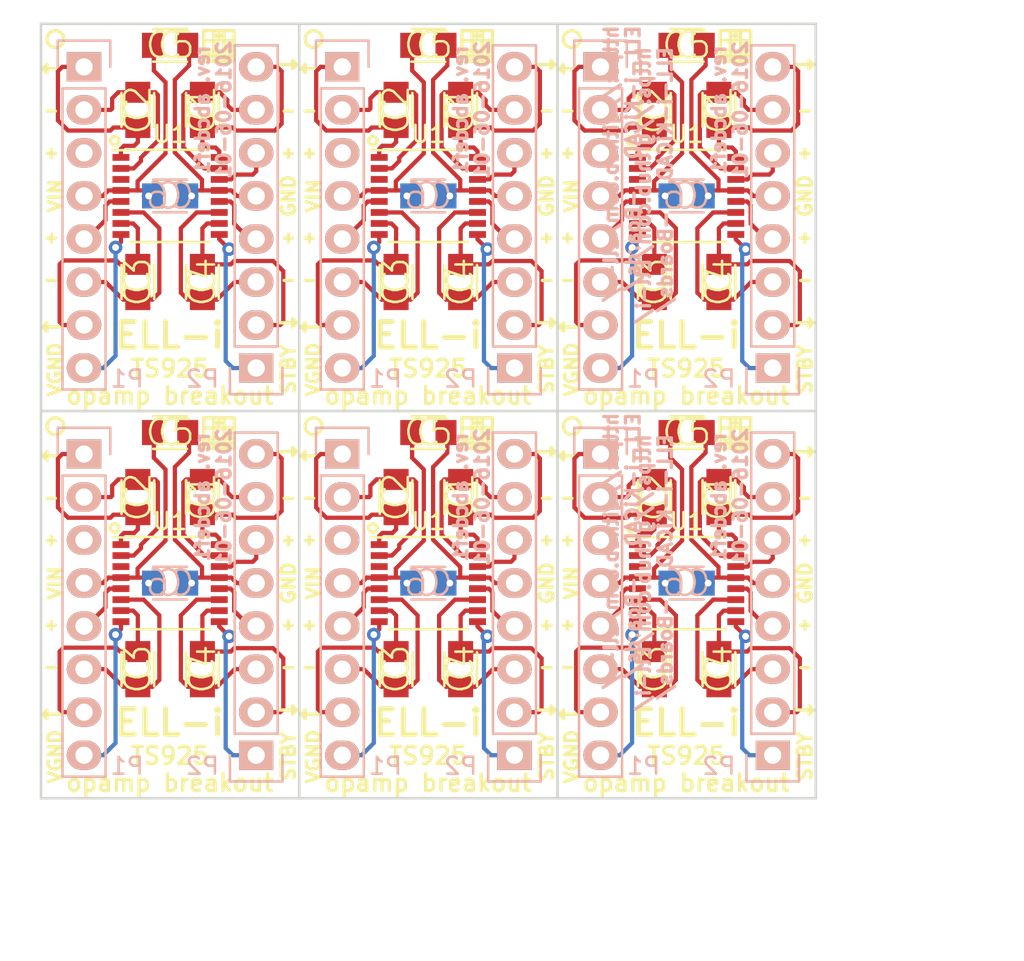
<source format=kicad_pcb>
(kicad_pcb (version 4) (host pcbnew 4.0.2+dfsg1-2~bpo8+1-stable)
  (layers (0 F.Cu signal) (31 B.Cu signal) (34 B.Paste user) (35 F.Paste user) (36 B.SilkS user) (37 F.SilkS user) (38 B.Mask user) (39 F.Mask user) (44 Edge.Cuts user))
  (net 0 "")
  (net 1 VCC)
  (net 2 GND)
  (net 3 /16)
  (net 4 /15)
  (net 5 /1)
  (net 6 /3)
  (net 7 /7)
  (net 8 /6)
  (net 9 /10)
  (net 10 /11)
  (net 11 /2)
  (net 12 /5)
  (net 13 /8)
  (net 14 /9)
  (net 15 /12)
  (net 16 /14)
  (net 17 "Net-(U1-Pad3)")
  (module Housings_SSOP:SSOP-16_4.4x5.2mm_Pitch0.65mm (layer F.Cu) (at 160.02 88.9)
    (fp_text reference U1 (at 0 -3.65) (layer F.SilkS))
    (fp_text value TS925)
    (pad 1 smd rect (at -2.9 -2.275) (size 1 0.4) (layers F.Cu F.Paste F.Mask) (net 5 /1))
    (pad 2 smd rect (at -2.9 -1.625) (size 1 0.4) (layers F.Cu F.Paste F.Mask) (net 11 /2))
    (pad 3 smd rect (at -2.9 -0.975) (size 1 0.4) (layers F.Cu F.Paste F.Mask) (net 17 "Net-(U1-Pad3)"))
    (pad 4 smd rect (at -2.9 -0.325) (size 1 0.4) (layers F.Cu F.Paste F.Mask) (net 1 VCC))
    (pad 5 smd rect (at -2.9 0.325) (size 1 0.4) (layers F.Cu F.Paste F.Mask) (net 12 /5))
    (pad 6 smd rect (at -2.9 0.975) (size 1 0.4) (layers F.Cu F.Paste F.Mask) (net 8 /6))
    (pad 7 smd rect (at -2.9 1.625) (size 1 0.4) (layers F.Cu F.Paste F.Mask) (net 7 /7))
    (pad 8 smd rect (at -2.9 2.275) (size 1 0.4) (layers F.Cu F.Paste F.Mask) (net 13 /8))
    (pad 9 smd rect (at 2.9 2.275) (size 1 0.4) (layers F.Cu F.Paste F.Mask) (net 14 /9))
    (pad 10 smd rect (at 2.9 1.625) (size 1 0.4) (layers F.Cu F.Paste F.Mask) (net 9 /10))
    (pad 11 smd rect (at 2.9 0.975) (size 1 0.4) (layers F.Cu F.Paste F.Mask) (net 10 /11))
    (pad 12 smd rect (at 2.9 0.325) (size 1 0.4) (layers F.Cu F.Paste F.Mask) (net 15 /12))
    (pad 13 smd rect (at 2.9 -0.325) (size 1 0.4) (layers F.Cu F.Paste F.Mask) (net 2 GND))
    (pad 14 smd rect (at 2.9 -0.975) (size 1 0.4) (layers F.Cu F.Paste F.Mask) (net 16 /14))
    (pad 15 smd rect (at 2.9 -1.625) (size 1 0.4) (layers F.Cu F.Paste F.Mask) (net 4 /15))
    (pad 16 smd rect (at 2.9 -2.275) (size 1 0.4) (layers F.Cu F.Paste F.Mask) (net 3 /16))
  )
  (module Pin_Headers:Pin_Header_Straight_1x08 (layer B.Cu) (at 165.1 99.06)
    (fp_text reference P2 (at -3.175 0.635) (layer B.SilkS) (effects (justify mirror)))
    (fp_text value CONN_01X08)
    (pad 1 thru_hole rect (at 0 0) (size 2.032 1.7272) (drill 1.016) (layers *.Cu *.Mask B.SilkS) (net 14 /9))
    (pad 2 thru_hole oval (at 0 -2.54) (size 2.032 1.7272) (drill 1.016) (layers *.Cu *.Mask B.SilkS) (net 9 /10))
    (pad 3 thru_hole oval (at 0 -5.08) (size 2.032 1.7272) (drill 1.016) (layers *.Cu *.Mask B.SilkS) (net 10 /11))
    (pad 4 thru_hole oval (at 0 -7.62) (size 2.032 1.7272) (drill 1.016) (layers *.Cu *.Mask B.SilkS) (net 15 /12))
    (pad 5 thru_hole oval (at 0 -10.16) (size 2.032 1.7272) (drill 1.016) (layers *.Cu *.Mask B.SilkS) (net 2 GND))
    (pad 6 thru_hole oval (at 0 -12.7) (size 2.032 1.7272) (drill 1.016) (layers *.Cu *.Mask B.SilkS) (net 16 /14))
    (pad 7 thru_hole oval (at 0 -15.24) (size 2.032 1.7272) (drill 1.016) (layers *.Cu *.Mask B.SilkS) (net 4 /15))
    (pad 8 thru_hole oval (at 0 -17.78) (size 2.032 1.7272) (drill 1.016) (layers *.Cu *.Mask B.SilkS) (net 3 /16))
  )
  (module Pin_Headers:Pin_Header_Straight_1x08 (layer B.Cu) (at 154.94 81.28 180)
    (fp_text reference P1 (at -2.54 -18.415 180) (layer B.SilkS) (effects (justify mirror)))
    (fp_text value CONN_01X08)
    (pad 1 thru_hole rect (at 0 0 180) (size 2.032 1.7272) (drill 1.016) (layers *.Cu *.Mask B.SilkS) (net 5 /1))
    (pad 2 thru_hole oval (at 0 -2.54 180) (size 2.032 1.7272) (drill 1.016) (layers *.Cu *.Mask B.SilkS) (net 11 /2))
    (pad 3 thru_hole oval (at 0 -5.08 180) (size 2.032 1.7272) (drill 1.016) (layers *.Cu *.Mask B.SilkS) (net 6 /3))
    (pad 4 thru_hole oval (at 0 -7.62 180) (size 2.032 1.7272) (drill 1.016) (layers *.Cu *.Mask B.SilkS) (net 1 VCC))
    (pad 5 thru_hole oval (at 0 -10.16 180) (size 2.032 1.7272) (drill 1.016) (layers *.Cu *.Mask B.SilkS) (net 12 /5))
    (pad 6 thru_hole oval (at 0 -12.7 180) (size 2.032 1.7272) (drill 1.016) (layers *.Cu *.Mask B.SilkS) (net 8 /6))
    (pad 7 thru_hole oval (at 0 -15.24 180) (size 2.032 1.7272) (drill 1.016) (layers *.Cu *.Mask B.SilkS) (net 7 /7))
    (pad 8 thru_hole oval (at 0 -17.78 180) (size 2.032 1.7272) (drill 1.016) (layers *.Cu *.Mask B.SilkS) (net 13 /8))
  )
  (module footprints:SMD0805-CAP-M (layer B.Cu) (at 160.02 88.9)
    (fp_text reference C6 (at 0 0) (layer B.SilkS) (effects (font (size 1.5 1.5)) (justify mirror)))
    (fp_text value C (at 0 0) (layer B.SilkS) (effects (justify mirror)))
    (pad 1 smd rect (at -1.04 0) (size 1.24 1.48) (layers B.Cu B.Paste B.Mask) (net 1 VCC))
    (pad 2 smd rect (at 1.04 0) (size 1.24 1.48) (layers B.Cu B.Paste B.Mask) (net 2 GND))
  )
  (module footprints:SMD0805-CAP-M (layer F.Cu) (at 160.02 80.01)
    (fp_text reference C5 (at 0 0) (layer F.SilkS) (effects (font (size 1.5 1.5))))
    (fp_text value C (at 0 0) (layer F.SilkS))
    (pad 1 smd rect (at -1.04 0) (size 1.24 1.48) (layers F.Cu F.Paste F.Mask) (net 1 VCC))
    (pad 2 smd rect (at 1.04 0) (size 1.24 1.48) (layers F.Cu F.Paste F.Mask) (net 2 GND))
  )
  (module footprints:SMD0805-CAP-M (layer F.Cu) (at 161.925 93.98 270)
    (fp_text reference C4 (at 0 0 270) (layer F.SilkS) (effects (font (size 1.5 1.5))))
    (fp_text value C (at 0 0 270) (layer F.SilkS))
    (pad 1 smd rect (at -1.04 0 270) (size 1.24 1.48) (layers F.Cu F.Paste F.Mask) (net 9 /10))
    (pad 2 smd rect (at 1.04 0 270) (size 1.24 1.48) (layers F.Cu F.Paste F.Mask) (net 10 /11))
  )
  (module footprints:SMD0805-CAP-M (layer F.Cu) (at 158.115 93.98 270)
    (fp_text reference C3 (at 0 0 270) (layer F.SilkS) (effects (font (size 1.5 1.5))))
    (fp_text value C (at 0 0 270) (layer F.SilkS))
    (pad 1 smd rect (at -1.04 0 270) (size 1.24 1.48) (layers F.Cu F.Paste F.Mask) (net 7 /7))
    (pad 2 smd rect (at 1.04 0 270) (size 1.24 1.48) (layers F.Cu F.Paste F.Mask) (net 8 /6))
  )
  (module footprints:SMD0805-CAP-M (layer F.Cu) (at 158.115 83.82 90)
    (fp_text reference C2 (at 0 0 90) (layer F.SilkS) (effects (font (size 1.5 1.5))))
    (fp_text value C (at 0 0 90) (layer F.SilkS))
    (pad 1 smd rect (at -1.04 0 90) (size 1.24 1.48) (layers F.Cu F.Paste F.Mask) (net 5 /1))
    (pad 2 smd rect (at 1.04 0 90) (size 1.24 1.48) (layers F.Cu F.Paste F.Mask) (net 11 /2))
  )
  (module footprints:SMD0805-CAP-M (layer F.Cu) (at 161.925 83.82 90)
    (fp_text reference C1 (at 0 0 90) (layer F.SilkS) (effects (font (size 1.5 1.5))))
    (fp_text value C (at 0 0 90) (layer F.SilkS))
    (pad 1 smd rect (at -1.04 0 90) (size 1.24 1.48) (layers F.Cu F.Paste F.Mask) (net 3 /16))
    (pad 2 smd rect (at 1.04 0 90) (size 1.24 1.48) (layers F.Cu F.Paste F.Mask) (net 4 /15))
  )
  (module footprints:SMD0805-CAP-M (layer F.Cu) (at 146.685 83.82 90)
    (fp_text reference C1 (at 0 0 90) (layer F.SilkS) (effects (font (size 1.5 1.5))))
    (fp_text value C (at 0 0 90) (layer F.SilkS))
    (pad 1 smd rect (at -1.04 0 90) (size 1.24 1.48) (layers F.Cu F.Paste F.Mask) (net 3 /16))
    (pad 2 smd rect (at 1.04 0 90) (size 1.24 1.48) (layers F.Cu F.Paste F.Mask) (net 4 /15))
  )
  (module footprints:SMD0805-CAP-M (layer F.Cu) (at 142.875 83.82 90)
    (fp_text reference C2 (at 0 0 90) (layer F.SilkS) (effects (font (size 1.5 1.5))))
    (fp_text value C (at 0 0 90) (layer F.SilkS))
    (pad 1 smd rect (at -1.04 0 90) (size 1.24 1.48) (layers F.Cu F.Paste F.Mask) (net 5 /1))
    (pad 2 smd rect (at 1.04 0 90) (size 1.24 1.48) (layers F.Cu F.Paste F.Mask) (net 11 /2))
  )
  (module footprints:SMD0805-CAP-M (layer F.Cu) (at 142.875 93.98 270)
    (fp_text reference C3 (at 0 0 270) (layer F.SilkS) (effects (font (size 1.5 1.5))))
    (fp_text value C (at 0 0 270) (layer F.SilkS))
    (pad 1 smd rect (at -1.04 0 270) (size 1.24 1.48) (layers F.Cu F.Paste F.Mask) (net 7 /7))
    (pad 2 smd rect (at 1.04 0 270) (size 1.24 1.48) (layers F.Cu F.Paste F.Mask) (net 8 /6))
  )
  (module footprints:SMD0805-CAP-M (layer F.Cu) (at 146.685 93.98 270)
    (fp_text reference C4 (at 0 0 270) (layer F.SilkS) (effects (font (size 1.5 1.5))))
    (fp_text value C (at 0 0 270) (layer F.SilkS))
    (pad 1 smd rect (at -1.04 0 270) (size 1.24 1.48) (layers F.Cu F.Paste F.Mask) (net 9 /10))
    (pad 2 smd rect (at 1.04 0 270) (size 1.24 1.48) (layers F.Cu F.Paste F.Mask) (net 10 /11))
  )
  (module footprints:SMD0805-CAP-M (layer F.Cu) (at 144.78 80.01)
    (fp_text reference C5 (at 0 0) (layer F.SilkS) (effects (font (size 1.5 1.5))))
    (fp_text value C (at 0 0) (layer F.SilkS))
    (pad 1 smd rect (at -1.04 0) (size 1.24 1.48) (layers F.Cu F.Paste F.Mask) (net 1 VCC))
    (pad 2 smd rect (at 1.04 0) (size 1.24 1.48) (layers F.Cu F.Paste F.Mask) (net 2 GND))
  )
  (module footprints:SMD0805-CAP-M (layer B.Cu) (at 144.78 88.9)
    (fp_text reference C6 (at 0 0) (layer B.SilkS) (effects (font (size 1.5 1.5)) (justify mirror)))
    (fp_text value C (at 0 0) (layer B.SilkS) (effects (justify mirror)))
    (pad 1 smd rect (at -1.04 0) (size 1.24 1.48) (layers B.Cu B.Paste B.Mask) (net 1 VCC))
    (pad 2 smd rect (at 1.04 0) (size 1.24 1.48) (layers B.Cu B.Paste B.Mask) (net 2 GND))
  )
  (module Pin_Headers:Pin_Header_Straight_1x08 (layer B.Cu) (at 139.7 81.28 180)
    (fp_text reference P1 (at -2.54 -18.415 180) (layer B.SilkS) (effects (justify mirror)))
    (fp_text value CONN_01X08)
    (pad 1 thru_hole rect (at 0 0 180) (size 2.032 1.7272) (drill 1.016) (layers *.Cu *.Mask B.SilkS) (net 5 /1))
    (pad 2 thru_hole oval (at 0 -2.54 180) (size 2.032 1.7272) (drill 1.016) (layers *.Cu *.Mask B.SilkS) (net 11 /2))
    (pad 3 thru_hole oval (at 0 -5.08 180) (size 2.032 1.7272) (drill 1.016) (layers *.Cu *.Mask B.SilkS) (net 6 /3))
    (pad 4 thru_hole oval (at 0 -7.62 180) (size 2.032 1.7272) (drill 1.016) (layers *.Cu *.Mask B.SilkS) (net 1 VCC))
    (pad 5 thru_hole oval (at 0 -10.16 180) (size 2.032 1.7272) (drill 1.016) (layers *.Cu *.Mask B.SilkS) (net 12 /5))
    (pad 6 thru_hole oval (at 0 -12.7 180) (size 2.032 1.7272) (drill 1.016) (layers *.Cu *.Mask B.SilkS) (net 8 /6))
    (pad 7 thru_hole oval (at 0 -15.24 180) (size 2.032 1.7272) (drill 1.016) (layers *.Cu *.Mask B.SilkS) (net 7 /7))
    (pad 8 thru_hole oval (at 0 -17.78 180) (size 2.032 1.7272) (drill 1.016) (layers *.Cu *.Mask B.SilkS) (net 13 /8))
  )
  (module Pin_Headers:Pin_Header_Straight_1x08 (layer B.Cu) (at 149.86 99.06)
    (fp_text reference P2 (at -3.175 0.635) (layer B.SilkS) (effects (justify mirror)))
    (fp_text value CONN_01X08)
    (pad 1 thru_hole rect (at 0 0) (size 2.032 1.7272) (drill 1.016) (layers *.Cu *.Mask B.SilkS) (net 14 /9))
    (pad 2 thru_hole oval (at 0 -2.54) (size 2.032 1.7272) (drill 1.016) (layers *.Cu *.Mask B.SilkS) (net 9 /10))
    (pad 3 thru_hole oval (at 0 -5.08) (size 2.032 1.7272) (drill 1.016) (layers *.Cu *.Mask B.SilkS) (net 10 /11))
    (pad 4 thru_hole oval (at 0 -7.62) (size 2.032 1.7272) (drill 1.016) (layers *.Cu *.Mask B.SilkS) (net 15 /12))
    (pad 5 thru_hole oval (at 0 -10.16) (size 2.032 1.7272) (drill 1.016) (layers *.Cu *.Mask B.SilkS) (net 2 GND))
    (pad 6 thru_hole oval (at 0 -12.7) (size 2.032 1.7272) (drill 1.016) (layers *.Cu *.Mask B.SilkS) (net 16 /14))
    (pad 7 thru_hole oval (at 0 -15.24) (size 2.032 1.7272) (drill 1.016) (layers *.Cu *.Mask B.SilkS) (net 4 /15))
    (pad 8 thru_hole oval (at 0 -17.78) (size 2.032 1.7272) (drill 1.016) (layers *.Cu *.Mask B.SilkS) (net 3 /16))
  )
  (module Housings_SSOP:SSOP-16_4.4x5.2mm_Pitch0.65mm (layer F.Cu) (at 144.78 88.9)
    (fp_text reference U1 (at 0 -3.65) (layer F.SilkS))
    (fp_text value TS925)
    (pad 1 smd rect (at -2.9 -2.275) (size 1 0.4) (layers F.Cu F.Paste F.Mask) (net 5 /1))
    (pad 2 smd rect (at -2.9 -1.625) (size 1 0.4) (layers F.Cu F.Paste F.Mask) (net 11 /2))
    (pad 3 smd rect (at -2.9 -0.975) (size 1 0.4) (layers F.Cu F.Paste F.Mask) (net 17 "Net-(U1-Pad3)"))
    (pad 4 smd rect (at -2.9 -0.325) (size 1 0.4) (layers F.Cu F.Paste F.Mask) (net 1 VCC))
    (pad 5 smd rect (at -2.9 0.325) (size 1 0.4) (layers F.Cu F.Paste F.Mask) (net 12 /5))
    (pad 6 smd rect (at -2.9 0.975) (size 1 0.4) (layers F.Cu F.Paste F.Mask) (net 8 /6))
    (pad 7 smd rect (at -2.9 1.625) (size 1 0.4) (layers F.Cu F.Paste F.Mask) (net 7 /7))
    (pad 8 smd rect (at -2.9 2.275) (size 1 0.4) (layers F.Cu F.Paste F.Mask) (net 13 /8))
    (pad 9 smd rect (at 2.9 2.275) (size 1 0.4) (layers F.Cu F.Paste F.Mask) (net 14 /9))
    (pad 10 smd rect (at 2.9 1.625) (size 1 0.4) (layers F.Cu F.Paste F.Mask) (net 9 /10))
    (pad 11 smd rect (at 2.9 0.975) (size 1 0.4) (layers F.Cu F.Paste F.Mask) (net 10 /11))
    (pad 12 smd rect (at 2.9 0.325) (size 1 0.4) (layers F.Cu F.Paste F.Mask) (net 15 /12))
    (pad 13 smd rect (at 2.9 -0.325) (size 1 0.4) (layers F.Cu F.Paste F.Mask) (net 2 GND))
    (pad 14 smd rect (at 2.9 -0.975) (size 1 0.4) (layers F.Cu F.Paste F.Mask) (net 16 /14))
    (pad 15 smd rect (at 2.9 -1.625) (size 1 0.4) (layers F.Cu F.Paste F.Mask) (net 4 /15))
    (pad 16 smd rect (at 2.9 -2.275) (size 1 0.4) (layers F.Cu F.Paste F.Mask) (net 3 /16))
  )
  (module Housings_SSOP:SSOP-16_4.4x5.2mm_Pitch0.65mm (layer F.Cu) (at 129.54 88.9)
    (fp_text reference U1 (at 0 -3.65) (layer F.SilkS))
    (fp_text value TS925)
    (pad 1 smd rect (at -2.9 -2.275) (size 1 0.4) (layers F.Cu F.Paste F.Mask) (net 5 /1))
    (pad 2 smd rect (at -2.9 -1.625) (size 1 0.4) (layers F.Cu F.Paste F.Mask) (net 11 /2))
    (pad 3 smd rect (at -2.9 -0.975) (size 1 0.4) (layers F.Cu F.Paste F.Mask) (net 17 "Net-(U1-Pad3)"))
    (pad 4 smd rect (at -2.9 -0.325) (size 1 0.4) (layers F.Cu F.Paste F.Mask) (net 1 VCC))
    (pad 5 smd rect (at -2.9 0.325) (size 1 0.4) (layers F.Cu F.Paste F.Mask) (net 12 /5))
    (pad 6 smd rect (at -2.9 0.975) (size 1 0.4) (layers F.Cu F.Paste F.Mask) (net 8 /6))
    (pad 7 smd rect (at -2.9 1.625) (size 1 0.4) (layers F.Cu F.Paste F.Mask) (net 7 /7))
    (pad 8 smd rect (at -2.9 2.275) (size 1 0.4) (layers F.Cu F.Paste F.Mask) (net 13 /8))
    (pad 9 smd rect (at 2.9 2.275) (size 1 0.4) (layers F.Cu F.Paste F.Mask) (net 14 /9))
    (pad 10 smd rect (at 2.9 1.625) (size 1 0.4) (layers F.Cu F.Paste F.Mask) (net 9 /10))
    (pad 11 smd rect (at 2.9 0.975) (size 1 0.4) (layers F.Cu F.Paste F.Mask) (net 10 /11))
    (pad 12 smd rect (at 2.9 0.325) (size 1 0.4) (layers F.Cu F.Paste F.Mask) (net 15 /12))
    (pad 13 smd rect (at 2.9 -0.325) (size 1 0.4) (layers F.Cu F.Paste F.Mask) (net 2 GND))
    (pad 14 smd rect (at 2.9 -0.975) (size 1 0.4) (layers F.Cu F.Paste F.Mask) (net 16 /14))
    (pad 15 smd rect (at 2.9 -1.625) (size 1 0.4) (layers F.Cu F.Paste F.Mask) (net 4 /15))
    (pad 16 smd rect (at 2.9 -2.275) (size 1 0.4) (layers F.Cu F.Paste F.Mask) (net 3 /16))
  )
  (module Pin_Headers:Pin_Header_Straight_1x08 (layer B.Cu) (at 134.62 99.06)
    (fp_text reference P2 (at -3.175 0.635) (layer B.SilkS) (effects (justify mirror)))
    (fp_text value CONN_01X08)
    (pad 1 thru_hole rect (at 0 0) (size 2.032 1.7272) (drill 1.016) (layers *.Cu *.Mask B.SilkS) (net 14 /9))
    (pad 2 thru_hole oval (at 0 -2.54) (size 2.032 1.7272) (drill 1.016) (layers *.Cu *.Mask B.SilkS) (net 9 /10))
    (pad 3 thru_hole oval (at 0 -5.08) (size 2.032 1.7272) (drill 1.016) (layers *.Cu *.Mask B.SilkS) (net 10 /11))
    (pad 4 thru_hole oval (at 0 -7.62) (size 2.032 1.7272) (drill 1.016) (layers *.Cu *.Mask B.SilkS) (net 15 /12))
    (pad 5 thru_hole oval (at 0 -10.16) (size 2.032 1.7272) (drill 1.016) (layers *.Cu *.Mask B.SilkS) (net 2 GND))
    (pad 6 thru_hole oval (at 0 -12.7) (size 2.032 1.7272) (drill 1.016) (layers *.Cu *.Mask B.SilkS) (net 16 /14))
    (pad 7 thru_hole oval (at 0 -15.24) (size 2.032 1.7272) (drill 1.016) (layers *.Cu *.Mask B.SilkS) (net 4 /15))
    (pad 8 thru_hole oval (at 0 -17.78) (size 2.032 1.7272) (drill 1.016) (layers *.Cu *.Mask B.SilkS) (net 3 /16))
  )
  (module Pin_Headers:Pin_Header_Straight_1x08 (layer B.Cu) (at 124.46 81.28 180)
    (fp_text reference P1 (at -2.54 -18.415 180) (layer B.SilkS) (effects (justify mirror)))
    (fp_text value CONN_01X08)
    (pad 1 thru_hole rect (at 0 0 180) (size 2.032 1.7272) (drill 1.016) (layers *.Cu *.Mask B.SilkS) (net 5 /1))
    (pad 2 thru_hole oval (at 0 -2.54 180) (size 2.032 1.7272) (drill 1.016) (layers *.Cu *.Mask B.SilkS) (net 11 /2))
    (pad 3 thru_hole oval (at 0 -5.08 180) (size 2.032 1.7272) (drill 1.016) (layers *.Cu *.Mask B.SilkS) (net 6 /3))
    (pad 4 thru_hole oval (at 0 -7.62 180) (size 2.032 1.7272) (drill 1.016) (layers *.Cu *.Mask B.SilkS) (net 1 VCC))
    (pad 5 thru_hole oval (at 0 -10.16 180) (size 2.032 1.7272) (drill 1.016) (layers *.Cu *.Mask B.SilkS) (net 12 /5))
    (pad 6 thru_hole oval (at 0 -12.7 180) (size 2.032 1.7272) (drill 1.016) (layers *.Cu *.Mask B.SilkS) (net 8 /6))
    (pad 7 thru_hole oval (at 0 -15.24 180) (size 2.032 1.7272) (drill 1.016) (layers *.Cu *.Mask B.SilkS) (net 7 /7))
    (pad 8 thru_hole oval (at 0 -17.78 180) (size 2.032 1.7272) (drill 1.016) (layers *.Cu *.Mask B.SilkS) (net 13 /8))
  )
  (module footprints:SMD0805-CAP-M (layer B.Cu) (at 129.54 88.9)
    (fp_text reference C6 (at 0 0) (layer B.SilkS) (effects (font (size 1.5 1.5)) (justify mirror)))
    (fp_text value C (at 0 0) (layer B.SilkS) (effects (justify mirror)))
    (pad 1 smd rect (at -1.04 0) (size 1.24 1.48) (layers B.Cu B.Paste B.Mask) (net 1 VCC))
    (pad 2 smd rect (at 1.04 0) (size 1.24 1.48) (layers B.Cu B.Paste B.Mask) (net 2 GND))
  )
  (module footprints:SMD0805-CAP-M (layer F.Cu) (at 129.54 80.01)
    (fp_text reference C5 (at 0 0) (layer F.SilkS) (effects (font (size 1.5 1.5))))
    (fp_text value C (at 0 0) (layer F.SilkS))
    (pad 1 smd rect (at -1.04 0) (size 1.24 1.48) (layers F.Cu F.Paste F.Mask) (net 1 VCC))
    (pad 2 smd rect (at 1.04 0) (size 1.24 1.48) (layers F.Cu F.Paste F.Mask) (net 2 GND))
  )
  (module footprints:SMD0805-CAP-M (layer F.Cu) (at 131.445 93.98 270)
    (fp_text reference C4 (at 0 0 270) (layer F.SilkS) (effects (font (size 1.5 1.5))))
    (fp_text value C (at 0 0 270) (layer F.SilkS))
    (pad 1 smd rect (at -1.04 0 270) (size 1.24 1.48) (layers F.Cu F.Paste F.Mask) (net 9 /10))
    (pad 2 smd rect (at 1.04 0 270) (size 1.24 1.48) (layers F.Cu F.Paste F.Mask) (net 10 /11))
  )
  (module footprints:SMD0805-CAP-M (layer F.Cu) (at 127.635 93.98 270)
    (fp_text reference C3 (at 0 0 270) (layer F.SilkS) (effects (font (size 1.5 1.5))))
    (fp_text value C (at 0 0 270) (layer F.SilkS))
    (pad 1 smd rect (at -1.04 0 270) (size 1.24 1.48) (layers F.Cu F.Paste F.Mask) (net 7 /7))
    (pad 2 smd rect (at 1.04 0 270) (size 1.24 1.48) (layers F.Cu F.Paste F.Mask) (net 8 /6))
  )
  (module footprints:SMD0805-CAP-M (layer F.Cu) (at 127.635 83.82 90)
    (fp_text reference C2 (at 0 0 90) (layer F.SilkS) (effects (font (size 1.5 1.5))))
    (fp_text value C (at 0 0 90) (layer F.SilkS))
    (pad 1 smd rect (at -1.04 0 90) (size 1.24 1.48) (layers F.Cu F.Paste F.Mask) (net 5 /1))
    (pad 2 smd rect (at 1.04 0 90) (size 1.24 1.48) (layers F.Cu F.Paste F.Mask) (net 11 /2))
  )
  (module footprints:SMD0805-CAP-M (layer F.Cu) (at 131.445 83.82 90)
    (fp_text reference C1 (at 0 0 90) (layer F.SilkS) (effects (font (size 1.5 1.5))))
    (fp_text value C (at 0 0 90) (layer F.SilkS))
    (pad 1 smd rect (at -1.04 0 90) (size 1.24 1.48) (layers F.Cu F.Paste F.Mask) (net 3 /16))
    (pad 2 smd rect (at 1.04 0 90) (size 1.24 1.48) (layers F.Cu F.Paste F.Mask) (net 4 /15))
  )
  (module footprints:SMD0805-CAP-M (layer F.Cu) (at 131.445 106.68 90)
    (fp_text reference C1 (at 0 0 90) (layer F.SilkS) (effects (font (size 1.5 1.5))))
    (fp_text value C (at 0 0 90) (layer F.SilkS))
    (pad 1 smd rect (at -1.04 0 90) (size 1.24 1.48) (layers F.Cu F.Paste F.Mask) (net 3 /16))
    (pad 2 smd rect (at 1.04 0 90) (size 1.24 1.48) (layers F.Cu F.Paste F.Mask) (net 4 /15))
  )
  (module footprints:SMD0805-CAP-M (layer F.Cu) (at 127.635 106.68 90)
    (fp_text reference C2 (at 0 0 90) (layer F.SilkS) (effects (font (size 1.5 1.5))))
    (fp_text value C (at 0 0 90) (layer F.SilkS))
    (pad 1 smd rect (at -1.04 0 90) (size 1.24 1.48) (layers F.Cu F.Paste F.Mask) (net 5 /1))
    (pad 2 smd rect (at 1.04 0 90) (size 1.24 1.48) (layers F.Cu F.Paste F.Mask) (net 11 /2))
  )
  (module footprints:SMD0805-CAP-M (layer F.Cu) (at 127.635 116.84 270)
    (fp_text reference C3 (at 0 0 270) (layer F.SilkS) (effects (font (size 1.5 1.5))))
    (fp_text value C (at 0 0 270) (layer F.SilkS))
    (pad 1 smd rect (at -1.04 0 270) (size 1.24 1.48) (layers F.Cu F.Paste F.Mask) (net 7 /7))
    (pad 2 smd rect (at 1.04 0 270) (size 1.24 1.48) (layers F.Cu F.Paste F.Mask) (net 8 /6))
  )
  (module footprints:SMD0805-CAP-M (layer F.Cu) (at 131.445 116.84 270)
    (fp_text reference C4 (at 0 0 270) (layer F.SilkS) (effects (font (size 1.5 1.5))))
    (fp_text value C (at 0 0 270) (layer F.SilkS))
    (pad 1 smd rect (at -1.04 0 270) (size 1.24 1.48) (layers F.Cu F.Paste F.Mask) (net 9 /10))
    (pad 2 smd rect (at 1.04 0 270) (size 1.24 1.48) (layers F.Cu F.Paste F.Mask) (net 10 /11))
  )
  (module footprints:SMD0805-CAP-M (layer F.Cu) (at 129.54 102.87)
    (fp_text reference C5 (at 0 0) (layer F.SilkS) (effects (font (size 1.5 1.5))))
    (fp_text value C (at 0 0) (layer F.SilkS))
    (pad 1 smd rect (at -1.04 0) (size 1.24 1.48) (layers F.Cu F.Paste F.Mask) (net 1 VCC))
    (pad 2 smd rect (at 1.04 0) (size 1.24 1.48) (layers F.Cu F.Paste F.Mask) (net 2 GND))
  )
  (module footprints:SMD0805-CAP-M (layer B.Cu) (at 129.54 111.76)
    (fp_text reference C6 (at 0 0) (layer B.SilkS) (effects (font (size 1.5 1.5)) (justify mirror)))
    (fp_text value C (at 0 0) (layer B.SilkS) (effects (justify mirror)))
    (pad 1 smd rect (at -1.04 0) (size 1.24 1.48) (layers B.Cu B.Paste B.Mask) (net 1 VCC))
    (pad 2 smd rect (at 1.04 0) (size 1.24 1.48) (layers B.Cu B.Paste B.Mask) (net 2 GND))
  )
  (module Pin_Headers:Pin_Header_Straight_1x08 (layer B.Cu) (at 124.46 104.14 180)
    (fp_text reference P1 (at -2.54 -18.415 180) (layer B.SilkS) (effects (justify mirror)))
    (fp_text value CONN_01X08)
    (pad 1 thru_hole rect (at 0 0 180) (size 2.032 1.7272) (drill 1.016) (layers *.Cu *.Mask B.SilkS) (net 5 /1))
    (pad 2 thru_hole oval (at 0 -2.54 180) (size 2.032 1.7272) (drill 1.016) (layers *.Cu *.Mask B.SilkS) (net 11 /2))
    (pad 3 thru_hole oval (at 0 -5.08 180) (size 2.032 1.7272) (drill 1.016) (layers *.Cu *.Mask B.SilkS) (net 6 /3))
    (pad 4 thru_hole oval (at 0 -7.62 180) (size 2.032 1.7272) (drill 1.016) (layers *.Cu *.Mask B.SilkS) (net 1 VCC))
    (pad 5 thru_hole oval (at 0 -10.16 180) (size 2.032 1.7272) (drill 1.016) (layers *.Cu *.Mask B.SilkS) (net 12 /5))
    (pad 6 thru_hole oval (at 0 -12.7 180) (size 2.032 1.7272) (drill 1.016) (layers *.Cu *.Mask B.SilkS) (net 8 /6))
    (pad 7 thru_hole oval (at 0 -15.24 180) (size 2.032 1.7272) (drill 1.016) (layers *.Cu *.Mask B.SilkS) (net 7 /7))
    (pad 8 thru_hole oval (at 0 -17.78 180) (size 2.032 1.7272) (drill 1.016) (layers *.Cu *.Mask B.SilkS) (net 13 /8))
  )
  (module Pin_Headers:Pin_Header_Straight_1x08 (layer B.Cu) (at 134.62 121.92)
    (fp_text reference P2 (at -3.175 0.635) (layer B.SilkS) (effects (justify mirror)))
    (fp_text value CONN_01X08)
    (pad 1 thru_hole rect (at 0 0) (size 2.032 1.7272) (drill 1.016) (layers *.Cu *.Mask B.SilkS) (net 14 /9))
    (pad 2 thru_hole oval (at 0 -2.54) (size 2.032 1.7272) (drill 1.016) (layers *.Cu *.Mask B.SilkS) (net 9 /10))
    (pad 3 thru_hole oval (at 0 -5.08) (size 2.032 1.7272) (drill 1.016) (layers *.Cu *.Mask B.SilkS) (net 10 /11))
    (pad 4 thru_hole oval (at 0 -7.62) (size 2.032 1.7272) (drill 1.016) (layers *.Cu *.Mask B.SilkS) (net 15 /12))
    (pad 5 thru_hole oval (at 0 -10.16) (size 2.032 1.7272) (drill 1.016) (layers *.Cu *.Mask B.SilkS) (net 2 GND))
    (pad 6 thru_hole oval (at 0 -12.7) (size 2.032 1.7272) (drill 1.016) (layers *.Cu *.Mask B.SilkS) (net 16 /14))
    (pad 7 thru_hole oval (at 0 -15.24) (size 2.032 1.7272) (drill 1.016) (layers *.Cu *.Mask B.SilkS) (net 4 /15))
    (pad 8 thru_hole oval (at 0 -17.78) (size 2.032 1.7272) (drill 1.016) (layers *.Cu *.Mask B.SilkS) (net 3 /16))
  )
  (module Housings_SSOP:SSOP-16_4.4x5.2mm_Pitch0.65mm (layer F.Cu) (at 129.54 111.76)
    (fp_text reference U1 (at 0 -3.65) (layer F.SilkS))
    (fp_text value TS925)
    (pad 1 smd rect (at -2.9 -2.275) (size 1 0.4) (layers F.Cu F.Paste F.Mask) (net 5 /1))
    (pad 2 smd rect (at -2.9 -1.625) (size 1 0.4) (layers F.Cu F.Paste F.Mask) (net 11 /2))
    (pad 3 smd rect (at -2.9 -0.975) (size 1 0.4) (layers F.Cu F.Paste F.Mask) (net 17 "Net-(U1-Pad3)"))
    (pad 4 smd rect (at -2.9 -0.325) (size 1 0.4) (layers F.Cu F.Paste F.Mask) (net 1 VCC))
    (pad 5 smd rect (at -2.9 0.325) (size 1 0.4) (layers F.Cu F.Paste F.Mask) (net 12 /5))
    (pad 6 smd rect (at -2.9 0.975) (size 1 0.4) (layers F.Cu F.Paste F.Mask) (net 8 /6))
    (pad 7 smd rect (at -2.9 1.625) (size 1 0.4) (layers F.Cu F.Paste F.Mask) (net 7 /7))
    (pad 8 smd rect (at -2.9 2.275) (size 1 0.4) (layers F.Cu F.Paste F.Mask) (net 13 /8))
    (pad 9 smd rect (at 2.9 2.275) (size 1 0.4) (layers F.Cu F.Paste F.Mask) (net 14 /9))
    (pad 10 smd rect (at 2.9 1.625) (size 1 0.4) (layers F.Cu F.Paste F.Mask) (net 9 /10))
    (pad 11 smd rect (at 2.9 0.975) (size 1 0.4) (layers F.Cu F.Paste F.Mask) (net 10 /11))
    (pad 12 smd rect (at 2.9 0.325) (size 1 0.4) (layers F.Cu F.Paste F.Mask) (net 15 /12))
    (pad 13 smd rect (at 2.9 -0.325) (size 1 0.4) (layers F.Cu F.Paste F.Mask) (net 2 GND))
    (pad 14 smd rect (at 2.9 -0.975) (size 1 0.4) (layers F.Cu F.Paste F.Mask) (net 16 /14))
    (pad 15 smd rect (at 2.9 -1.625) (size 1 0.4) (layers F.Cu F.Paste F.Mask) (net 4 /15))
    (pad 16 smd rect (at 2.9 -2.275) (size 1 0.4) (layers F.Cu F.Paste F.Mask) (net 3 /16))
  )
  (module Housings_SSOP:SSOP-16_4.4x5.2mm_Pitch0.65mm (layer F.Cu) (at 144.78 111.76)
    (fp_text reference U1 (at 0 -3.65) (layer F.SilkS))
    (fp_text value TS925)
    (pad 1 smd rect (at -2.9 -2.275) (size 1 0.4) (layers F.Cu F.Paste F.Mask) (net 5 /1))
    (pad 2 smd rect (at -2.9 -1.625) (size 1 0.4) (layers F.Cu F.Paste F.Mask) (net 11 /2))
    (pad 3 smd rect (at -2.9 -0.975) (size 1 0.4) (layers F.Cu F.Paste F.Mask) (net 17 "Net-(U1-Pad3)"))
    (pad 4 smd rect (at -2.9 -0.325) (size 1 0.4) (layers F.Cu F.Paste F.Mask) (net 1 VCC))
    (pad 5 smd rect (at -2.9 0.325) (size 1 0.4) (layers F.Cu F.Paste F.Mask) (net 12 /5))
    (pad 6 smd rect (at -2.9 0.975) (size 1 0.4) (layers F.Cu F.Paste F.Mask) (net 8 /6))
    (pad 7 smd rect (at -2.9 1.625) (size 1 0.4) (layers F.Cu F.Paste F.Mask) (net 7 /7))
    (pad 8 smd rect (at -2.9 2.275) (size 1 0.4) (layers F.Cu F.Paste F.Mask) (net 13 /8))
    (pad 9 smd rect (at 2.9 2.275) (size 1 0.4) (layers F.Cu F.Paste F.Mask) (net 14 /9))
    (pad 10 smd rect (at 2.9 1.625) (size 1 0.4) (layers F.Cu F.Paste F.Mask) (net 9 /10))
    (pad 11 smd rect (at 2.9 0.975) (size 1 0.4) (layers F.Cu F.Paste F.Mask) (net 10 /11))
    (pad 12 smd rect (at 2.9 0.325) (size 1 0.4) (layers F.Cu F.Paste F.Mask) (net 15 /12))
    (pad 13 smd rect (at 2.9 -0.325) (size 1 0.4) (layers F.Cu F.Paste F.Mask) (net 2 GND))
    (pad 14 smd rect (at 2.9 -0.975) (size 1 0.4) (layers F.Cu F.Paste F.Mask) (net 16 /14))
    (pad 15 smd rect (at 2.9 -1.625) (size 1 0.4) (layers F.Cu F.Paste F.Mask) (net 4 /15))
    (pad 16 smd rect (at 2.9 -2.275) (size 1 0.4) (layers F.Cu F.Paste F.Mask) (net 3 /16))
  )
  (module Pin_Headers:Pin_Header_Straight_1x08 (layer B.Cu) (at 149.86 121.92)
    (fp_text reference P2 (at -3.175 0.635) (layer B.SilkS) (effects (justify mirror)))
    (fp_text value CONN_01X08)
    (pad 1 thru_hole rect (at 0 0) (size 2.032 1.7272) (drill 1.016) (layers *.Cu *.Mask B.SilkS) (net 14 /9))
    (pad 2 thru_hole oval (at 0 -2.54) (size 2.032 1.7272) (drill 1.016) (layers *.Cu *.Mask B.SilkS) (net 9 /10))
    (pad 3 thru_hole oval (at 0 -5.08) (size 2.032 1.7272) (drill 1.016) (layers *.Cu *.Mask B.SilkS) (net 10 /11))
    (pad 4 thru_hole oval (at 0 -7.62) (size 2.032 1.7272) (drill 1.016) (layers *.Cu *.Mask B.SilkS) (net 15 /12))
    (pad 5 thru_hole oval (at 0 -10.16) (size 2.032 1.7272) (drill 1.016) (layers *.Cu *.Mask B.SilkS) (net 2 GND))
    (pad 6 thru_hole oval (at 0 -12.7) (size 2.032 1.7272) (drill 1.016) (layers *.Cu *.Mask B.SilkS) (net 16 /14))
    (pad 7 thru_hole oval (at 0 -15.24) (size 2.032 1.7272) (drill 1.016) (layers *.Cu *.Mask B.SilkS) (net 4 /15))
    (pad 8 thru_hole oval (at 0 -17.78) (size 2.032 1.7272) (drill 1.016) (layers *.Cu *.Mask B.SilkS) (net 3 /16))
  )
  (module Pin_Headers:Pin_Header_Straight_1x08 (layer B.Cu) (at 139.7 104.14 180)
    (fp_text reference P1 (at -2.54 -18.415 180) (layer B.SilkS) (effects (justify mirror)))
    (fp_text value CONN_01X08)
    (pad 1 thru_hole rect (at 0 0 180) (size 2.032 1.7272) (drill 1.016) (layers *.Cu *.Mask B.SilkS) (net 5 /1))
    (pad 2 thru_hole oval (at 0 -2.54 180) (size 2.032 1.7272) (drill 1.016) (layers *.Cu *.Mask B.SilkS) (net 11 /2))
    (pad 3 thru_hole oval (at 0 -5.08 180) (size 2.032 1.7272) (drill 1.016) (layers *.Cu *.Mask B.SilkS) (net 6 /3))
    (pad 4 thru_hole oval (at 0 -7.62 180) (size 2.032 1.7272) (drill 1.016) (layers *.Cu *.Mask B.SilkS) (net 1 VCC))
    (pad 5 thru_hole oval (at 0 -10.16 180) (size 2.032 1.7272) (drill 1.016) (layers *.Cu *.Mask B.SilkS) (net 12 /5))
    (pad 6 thru_hole oval (at 0 -12.7 180) (size 2.032 1.7272) (drill 1.016) (layers *.Cu *.Mask B.SilkS) (net 8 /6))
    (pad 7 thru_hole oval (at 0 -15.24 180) (size 2.032 1.7272) (drill 1.016) (layers *.Cu *.Mask B.SilkS) (net 7 /7))
    (pad 8 thru_hole oval (at 0 -17.78 180) (size 2.032 1.7272) (drill 1.016) (layers *.Cu *.Mask B.SilkS) (net 13 /8))
  )
  (module footprints:SMD0805-CAP-M (layer B.Cu) (at 144.78 111.76)
    (fp_text reference C6 (at 0 0) (layer B.SilkS) (effects (font (size 1.5 1.5)) (justify mirror)))
    (fp_text value C (at 0 0) (layer B.SilkS) (effects (justify mirror)))
    (pad 1 smd rect (at -1.04 0) (size 1.24 1.48) (layers B.Cu B.Paste B.Mask) (net 1 VCC))
    (pad 2 smd rect (at 1.04 0) (size 1.24 1.48) (layers B.Cu B.Paste B.Mask) (net 2 GND))
  )
  (module footprints:SMD0805-CAP-M (layer F.Cu) (at 144.78 102.87)
    (fp_text reference C5 (at 0 0) (layer F.SilkS) (effects (font (size 1.5 1.5))))
    (fp_text value C (at 0 0) (layer F.SilkS))
    (pad 1 smd rect (at -1.04 0) (size 1.24 1.48) (layers F.Cu F.Paste F.Mask) (net 1 VCC))
    (pad 2 smd rect (at 1.04 0) (size 1.24 1.48) (layers F.Cu F.Paste F.Mask) (net 2 GND))
  )
  (module footprints:SMD0805-CAP-M (layer F.Cu) (at 146.685 116.84 270)
    (fp_text reference C4 (at 0 0 270) (layer F.SilkS) (effects (font (size 1.5 1.5))))
    (fp_text value C (at 0 0 270) (layer F.SilkS))
    (pad 1 smd rect (at -1.04 0 270) (size 1.24 1.48) (layers F.Cu F.Paste F.Mask) (net 9 /10))
    (pad 2 smd rect (at 1.04 0 270) (size 1.24 1.48) (layers F.Cu F.Paste F.Mask) (net 10 /11))
  )
  (module footprints:SMD0805-CAP-M (layer F.Cu) (at 142.875 116.84 270)
    (fp_text reference C3 (at 0 0 270) (layer F.SilkS) (effects (font (size 1.5 1.5))))
    (fp_text value C (at 0 0 270) (layer F.SilkS))
    (pad 1 smd rect (at -1.04 0 270) (size 1.24 1.48) (layers F.Cu F.Paste F.Mask) (net 7 /7))
    (pad 2 smd rect (at 1.04 0 270) (size 1.24 1.48) (layers F.Cu F.Paste F.Mask) (net 8 /6))
  )
  (module footprints:SMD0805-CAP-M (layer F.Cu) (at 142.875 106.68 90)
    (fp_text reference C2 (at 0 0 90) (layer F.SilkS) (effects (font (size 1.5 1.5))))
    (fp_text value C (at 0 0 90) (layer F.SilkS))
    (pad 1 smd rect (at -1.04 0 90) (size 1.24 1.48) (layers F.Cu F.Paste F.Mask) (net 5 /1))
    (pad 2 smd rect (at 1.04 0 90) (size 1.24 1.48) (layers F.Cu F.Paste F.Mask) (net 11 /2))
  )
  (module footprints:SMD0805-CAP-M (layer F.Cu) (at 146.685 106.68 90)
    (fp_text reference C1 (at 0 0 90) (layer F.SilkS) (effects (font (size 1.5 1.5))))
    (fp_text value C (at 0 0 90) (layer F.SilkS))
    (pad 1 smd rect (at -1.04 0 90) (size 1.24 1.48) (layers F.Cu F.Paste F.Mask) (net 3 /16))
    (pad 2 smd rect (at 1.04 0 90) (size 1.24 1.48) (layers F.Cu F.Paste F.Mask) (net 4 /15))
  )
  (module footprints:SMD0805-CAP-M (layer F.Cu) (at 161.925 106.68 90)
    (fp_text reference C1 (at 0 0 90) (layer F.SilkS) (effects (font (size 1.5 1.5))))
    (fp_text value C (at 0 0 90) (layer F.SilkS))
    (pad 1 smd rect (at -1.04 0 90) (size 1.24 1.48) (layers F.Cu F.Paste F.Mask) (net 3 /16))
    (pad 2 smd rect (at 1.04 0 90) (size 1.24 1.48) (layers F.Cu F.Paste F.Mask) (net 4 /15))
  )
  (module footprints:SMD0805-CAP-M (layer F.Cu) (at 158.115 106.68 90)
    (fp_text reference C2 (at 0 0 90) (layer F.SilkS) (effects (font (size 1.5 1.5))))
    (fp_text value C (at 0 0 90) (layer F.SilkS))
    (pad 1 smd rect (at -1.04 0 90) (size 1.24 1.48) (layers F.Cu F.Paste F.Mask) (net 5 /1))
    (pad 2 smd rect (at 1.04 0 90) (size 1.24 1.48) (layers F.Cu F.Paste F.Mask) (net 11 /2))
  )
  (module footprints:SMD0805-CAP-M (layer F.Cu) (at 158.115 116.84 270)
    (fp_text reference C3 (at 0 0 270) (layer F.SilkS) (effects (font (size 1.5 1.5))))
    (fp_text value C (at 0 0 270) (layer F.SilkS))
    (pad 1 smd rect (at -1.04 0 270) (size 1.24 1.48) (layers F.Cu F.Paste F.Mask) (net 7 /7))
    (pad 2 smd rect (at 1.04 0 270) (size 1.24 1.48) (layers F.Cu F.Paste F.Mask) (net 8 /6))
  )
  (module footprints:SMD0805-CAP-M (layer F.Cu) (at 161.925 116.84 270)
    (fp_text reference C4 (at 0 0 270) (layer F.SilkS) (effects (font (size 1.5 1.5))))
    (fp_text value C (at 0 0 270) (layer F.SilkS))
    (pad 1 smd rect (at -1.04 0 270) (size 1.24 1.48) (layers F.Cu F.Paste F.Mask) (net 9 /10))
    (pad 2 smd rect (at 1.04 0 270) (size 1.24 1.48) (layers F.Cu F.Paste F.Mask) (net 10 /11))
  )
  (module footprints:SMD0805-CAP-M (layer F.Cu) (at 160.02 102.87)
    (fp_text reference C5 (at 0 0) (layer F.SilkS) (effects (font (size 1.5 1.5))))
    (fp_text value C (at 0 0) (layer F.SilkS))
    (pad 1 smd rect (at -1.04 0) (size 1.24 1.48) (layers F.Cu F.Paste F.Mask) (net 1 VCC))
    (pad 2 smd rect (at 1.04 0) (size 1.24 1.48) (layers F.Cu F.Paste F.Mask) (net 2 GND))
  )
  (module footprints:SMD0805-CAP-M (layer B.Cu) (at 160.02 111.76)
    (fp_text reference C6 (at 0 0) (layer B.SilkS) (effects (font (size 1.5 1.5)) (justify mirror)))
    (fp_text value C (at 0 0) (layer B.SilkS) (effects (justify mirror)))
    (pad 1 smd rect (at -1.04 0) (size 1.24 1.48) (layers B.Cu B.Paste B.Mask) (net 1 VCC))
    (pad 2 smd rect (at 1.04 0) (size 1.24 1.48) (layers B.Cu B.Paste B.Mask) (net 2 GND))
  )
  (module Pin_Headers:Pin_Header_Straight_1x08 (layer B.Cu) (at 154.94 104.14 180)
    (fp_text reference P1 (at -2.54 -18.415 180) (layer B.SilkS) (effects (justify mirror)))
    (fp_text value CONN_01X08)
    (pad 1 thru_hole rect (at 0 0 180) (size 2.032 1.7272) (drill 1.016) (layers *.Cu *.Mask B.SilkS) (net 5 /1))
    (pad 2 thru_hole oval (at 0 -2.54 180) (size 2.032 1.7272) (drill 1.016) (layers *.Cu *.Mask B.SilkS) (net 11 /2))
    (pad 3 thru_hole oval (at 0 -5.08 180) (size 2.032 1.7272) (drill 1.016) (layers *.Cu *.Mask B.SilkS) (net 6 /3))
    (pad 4 thru_hole oval (at 0 -7.62 180) (size 2.032 1.7272) (drill 1.016) (layers *.Cu *.Mask B.SilkS) (net 1 VCC))
    (pad 5 thru_hole oval (at 0 -10.16 180) (size 2.032 1.7272) (drill 1.016) (layers *.Cu *.Mask B.SilkS) (net 12 /5))
    (pad 6 thru_hole oval (at 0 -12.7 180) (size 2.032 1.7272) (drill 1.016) (layers *.Cu *.Mask B.SilkS) (net 8 /6))
    (pad 7 thru_hole oval (at 0 -15.24 180) (size 2.032 1.7272) (drill 1.016) (layers *.Cu *.Mask B.SilkS) (net 7 /7))
    (pad 8 thru_hole oval (at 0 -17.78 180) (size 2.032 1.7272) (drill 1.016) (layers *.Cu *.Mask B.SilkS) (net 13 /8))
  )
  (module Pin_Headers:Pin_Header_Straight_1x08 (layer B.Cu) (at 165.1 121.92)
    (fp_text reference P2 (at -3.175 0.635) (layer B.SilkS) (effects (justify mirror)))
    (fp_text value CONN_01X08)
    (pad 1 thru_hole rect (at 0 0) (size 2.032 1.7272) (drill 1.016) (layers *.Cu *.Mask B.SilkS) (net 14 /9))
    (pad 2 thru_hole oval (at 0 -2.54) (size 2.032 1.7272) (drill 1.016) (layers *.Cu *.Mask B.SilkS) (net 9 /10))
    (pad 3 thru_hole oval (at 0 -5.08) (size 2.032 1.7272) (drill 1.016) (layers *.Cu *.Mask B.SilkS) (net 10 /11))
    (pad 4 thru_hole oval (at 0 -7.62) (size 2.032 1.7272) (drill 1.016) (layers *.Cu *.Mask B.SilkS) (net 15 /12))
    (pad 5 thru_hole oval (at 0 -10.16) (size 2.032 1.7272) (drill 1.016) (layers *.Cu *.Mask B.SilkS) (net 2 GND))
    (pad 6 thru_hole oval (at 0 -12.7) (size 2.032 1.7272) (drill 1.016) (layers *.Cu *.Mask B.SilkS) (net 16 /14))
    (pad 7 thru_hole oval (at 0 -15.24) (size 2.032 1.7272) (drill 1.016) (layers *.Cu *.Mask B.SilkS) (net 4 /15))
    (pad 8 thru_hole oval (at 0 -17.78) (size 2.032 1.7272) (drill 1.016) (layers *.Cu *.Mask B.SilkS) (net 3 /16))
  )
  (module Housings_SSOP:SSOP-16_4.4x5.2mm_Pitch0.65mm (layer F.Cu) (at 160.02 111.76)
    (fp_text reference U1 (at 0 -3.65) (layer F.SilkS))
    (fp_text value TS925)
    (pad 1 smd rect (at -2.9 -2.275) (size 1 0.4) (layers F.Cu F.Paste F.Mask) (net 5 /1))
    (pad 2 smd rect (at -2.9 -1.625) (size 1 0.4) (layers F.Cu F.Paste F.Mask) (net 11 /2))
    (pad 3 smd rect (at -2.9 -0.975) (size 1 0.4) (layers F.Cu F.Paste F.Mask) (net 17 "Net-(U1-Pad3)"))
    (pad 4 smd rect (at -2.9 -0.325) (size 1 0.4) (layers F.Cu F.Paste F.Mask) (net 1 VCC))
    (pad 5 smd rect (at -2.9 0.325) (size 1 0.4) (layers F.Cu F.Paste F.Mask) (net 12 /5))
    (pad 6 smd rect (at -2.9 0.975) (size 1 0.4) (layers F.Cu F.Paste F.Mask) (net 8 /6))
    (pad 7 smd rect (at -2.9 1.625) (size 1 0.4) (layers F.Cu F.Paste F.Mask) (net 7 /7))
    (pad 8 smd rect (at -2.9 2.275) (size 1 0.4) (layers F.Cu F.Paste F.Mask) (net 13 /8))
    (pad 9 smd rect (at 2.9 2.275) (size 1 0.4) (layers F.Cu F.Paste F.Mask) (net 14 /9))
    (pad 10 smd rect (at 2.9 1.625) (size 1 0.4) (layers F.Cu F.Paste F.Mask) (net 9 /10))
    (pad 11 smd rect (at 2.9 0.975) (size 1 0.4) (layers F.Cu F.Paste F.Mask) (net 10 /11))
    (pad 12 smd rect (at 2.9 0.325) (size 1 0.4) (layers F.Cu F.Paste F.Mask) (net 15 /12))
    (pad 13 smd rect (at 2.9 -0.325) (size 1 0.4) (layers F.Cu F.Paste F.Mask) (net 2 GND))
    (pad 14 smd rect (at 2.9 -0.975) (size 1 0.4) (layers F.Cu F.Paste F.Mask) (net 16 /14))
    (pad 15 smd rect (at 2.9 -1.625) (size 1 0.4) (layers F.Cu F.Paste F.Mask) (net 4 /15))
    (pad 16 smd rect (at 2.9 -2.275) (size 1 0.4) (layers F.Cu F.Paste F.Mask) (net 3 /16))
  )
  (gr_line (start 152.4 101.6) (end 167.64 101.6) (angle 90) (layer Edge.Cuts) (width 0.15))
  (gr_line (start 167.64 101.6) (end 167.64 78.74) (angle 90) (layer Edge.Cuts) (width 0.15))
  (gr_line (start 167.64 78.74) (end 152.4 78.74) (angle 90) (layer Edge.Cuts) (width 0.15))
  (gr_line (start 152.4 78.74) (end 152.4 101.6) (angle 90) (layer Edge.Cuts) (width 0.15))
  (gr_line (start 153.25 81.39) (end 152.5 81.39) (angle 90) (layer F.SilkS) (width 0.2))
  (gr_line (start 152.5 81.39) (end 152.75 81.14) (angle 90) (layer F.SilkS) (width 0.2))
  (gr_line (start 152.75 81.14) (end 152.75 81.64) (angle 90) (layer F.SilkS) (width 0.2))
  (gr_line (start 152.75 81.64) (end 152.5 81.39) (angle 90) (layer F.SilkS) (width 0.2))
  (gr_line (start 152.75 83.89) (end 153.25 83.89) (angle 90) (layer F.SilkS) (width 0.2))
  (gr_line (start 153 86.64) (end 153 86.14) (angle 90) (layer F.SilkS) (width 0.2))
  (gr_line (start 153.25 86.39) (end 152.75 86.39) (angle 90) (layer F.SilkS) (width 0.2))
  (gr_line (start 153.5 96.64) (end 152.5 96.64) (angle 90) (layer F.SilkS) (width 0.2))
  (gr_line (start 152.5 96.64) (end 152.75 96.39) (angle 90) (layer F.SilkS) (width 0.2))
  (gr_line (start 152.75 96.39) (end 152.75 96.89) (angle 90) (layer F.SilkS) (width 0.2))
  (gr_line (start 152.75 96.89) (end 152.5 96.64) (angle 90) (layer F.SilkS) (width 0.2))
  (gr_line (start 152.75 93.89) (end 153.25 93.89) (angle 90) (layer F.SilkS) (width 0.2))
  (gr_line (start 153.25 91.39) (end 152.75 91.39) (angle 90) (layer F.SilkS) (width 0.2))
  (gr_line (start 153 91.14) (end 153 91.64) (angle 90) (layer F.SilkS) (width 0.2))
  (gr_line (start 166.75 86.39) (end 167.25 86.39) (angle 90) (layer F.SilkS) (width 0.2))
  (gr_line (start 167 86.14) (end 167 86.64) (angle 90) (layer F.SilkS) (width 0.2))
  (gr_line (start 166.75 83.89) (end 167.25 83.89) (angle 90) (layer F.SilkS) (width 0.2))
  (gr_line (start 166.5 81.14) (end 167.5 81.14) (angle 90) (layer F.SilkS) (width 0.2))
  (gr_line (start 167.5 81.14) (end 167.25 80.89) (angle 90) (layer F.SilkS) (width 0.2))
  (gr_line (start 167.25 80.89) (end 167.25 81.39) (angle 90) (layer F.SilkS) (width 0.2))
  (gr_line (start 167.25 81.39) (end 167.5 81.14) (angle 90) (layer F.SilkS) (width 0.2))
  (gr_line (start 167.25 91.39) (end 166.75 91.39) (angle 90) (layer F.SilkS) (width 0.2))
  (gr_line (start 167 91.14) (end 167 91.64) (angle 90) (layer F.SilkS) (width 0.2))
  (gr_line (start 167.25 93.89) (end 166.75 93.89) (angle 90) (layer F.SilkS) (width 0.2))
  (gr_line (start 166.5 96.39) (end 167.5 96.39) (angle 90) (layer F.SilkS) (width 0.2))
  (gr_line (start 167.5 96.39) (end 167.25 96.14) (angle 90) (layer F.SilkS) (width 0.2))
  (gr_line (start 167.25 96.14) (end 167.25 96.64) (angle 90) (layer F.SilkS) (width 0.2))
  (gr_line (start 167.25 96.64) (end 167.5 96.39) (angle 90) (layer F.SilkS) (width 0.2))
  (gr_text VGND (at 153.25 99.14 90) (layer F.SilkS) (effects (font (size 0.8 0.8) (thickness 0.2))))
  (gr_text STBY (at 167 99.14 90) (layer F.SilkS) (effects (font (size 0.8 0.8) (thickness 0.2))))
  (gr_text VIN (at 153.25 88.89 90) (layer F.SilkS) (effects (font (size 0.8 0.8) (thickness 0.2))))
  (gr_circle (center 153.25 79.64) (end 153.75 79.64) (layer F.SilkS) (width 0.2))
  (gr_circle (center 156.75 85.64) (end 157 85.64) (layer F.SilkS) (width 0.2))
  (gr_text "TS925\nopamp breakout" (at 160 99.89) (layer F.SilkS) (effects (font (size 1 1) (thickness 0.2))))
  (gr_text ELL-i (at 160 97.14) (layer F.SilkS) (effects (font (size 1.5 1.5) (thickness 0.3))))
  (gr_line (start 162 79.14) (end 163.8 79.14) (angle 90) (layer F.SilkS) (width 0.2))
  (gr_line (start 163.8 79.14) (end 163.8 80.94) (angle 90) (layer F.SilkS) (width 0.2))
  (gr_line (start 163.8 80.94) (end 162 80.94) (angle 90) (layer F.SilkS) (width 0.2))
  (gr_line (start 162 80.94) (end 162 79.14) (angle 90) (layer F.SilkS) (width 0.2))
  (gr_line (start 162 79.74) (end 163.8 79.74) (angle 90) (layer F.SilkS) (width 0.2))
  (gr_line (start 163.8 80.34) (end 162 80.34) (angle 90) (layer F.SilkS) (width 0.2))
  (gr_line (start 162.6 80.94) (end 162.6 79.14) (angle 90) (layer F.SilkS) (width 0.2))
  (gr_line (start 163.2 79.14) (end 163.2 80.94) (angle 90) (layer F.SilkS) (width 0.2))
  (gr_circle (center 162.9 79.44) (end 163 79.44) (layer F.SilkS) (width 0.2))
  (gr_circle (center 163.5 80.04) (end 163.6 80.04) (layer F.SilkS) (width 0.2))
  (gr_circle (center 163.5 80.64) (end 163.6 80.64) (layer F.SilkS) (width 0.2))
  (gr_circle (center 162.9 80.64) (end 163 80.64) (layer F.SilkS) (width 0.2))
  (gr_circle (center 162.3 80.64) (end 162.4 80.64) (layer F.SilkS) (width 0.2))
  (gr_text 2016-06-01 (at 163.195 83.82 90) (layer B.SilkS) (effects (font (size 0.8 0.8) (thickness 0.2)) (justify mirror)))
  (gr_text GND (at 167.005 88.9 90) (layer F.SilkS) (effects (font (size 0.8 0.8) (thickness 0.2))))
  (gr_text "rev. abcdef1" (at 161.925 83.82 90) (layer B.SilkS) (effects (font (size 0.8 0.8) (thickness 0.2)) (justify mirror)))
  (gr_text "https://github.com/Ell-i/\nELL-i-KiCAD   -Boards/" (at 158.115 80.01 90) (layer B.SilkS) (effects (font (size 0.8 0.8) (thickness 0.2)) (justify left mirror)))
  (gr_text "https://github.com/Ell-i/\nELL-i-KiCAD   -Boards/" (at 156.21 78.74 90) (layer B.SilkS) (effects (font (size 0.8 0.8) (thickness 0.2)) (justify left mirror)))
  (gr_text "rev. abcdef1" (at 146.685 83.82 90) (layer B.SilkS) (effects (font (size 0.8 0.8) (thickness 0.2)) (justify mirror)))
  (gr_text GND (at 151.765 88.9 90) (layer F.SilkS) (effects (font (size 0.8 0.8) (thickness 0.2))))
  (gr_text 2016-06-01 (at 147.955 83.82 90) (layer B.SilkS) (effects (font (size 0.8 0.8) (thickness 0.2)) (justify mirror)))
  (gr_circle (center 147.06 80.64) (end 147.16 80.64) (layer F.SilkS) (width 0.2))
  (gr_circle (center 147.66 80.64) (end 147.76 80.64) (layer F.SilkS) (width 0.2))
  (gr_circle (center 148.26 80.64) (end 148.36 80.64) (layer F.SilkS) (width 0.2))
  (gr_circle (center 148.26 80.04) (end 148.36 80.04) (layer F.SilkS) (width 0.2))
  (gr_circle (center 147.66 79.44) (end 147.76 79.44) (layer F.SilkS) (width 0.2))
  (gr_line (start 147.96 79.14) (end 147.96 80.94) (angle 90) (layer F.SilkS) (width 0.2))
  (gr_line (start 147.36 80.94) (end 147.36 79.14) (angle 90) (layer F.SilkS) (width 0.2))
  (gr_line (start 148.56 80.34) (end 146.76 80.34) (angle 90) (layer F.SilkS) (width 0.2))
  (gr_line (start 146.76 79.74) (end 148.56 79.74) (angle 90) (layer F.SilkS) (width 0.2))
  (gr_line (start 146.76 80.94) (end 146.76 79.14) (angle 90) (layer F.SilkS) (width 0.2))
  (gr_line (start 148.56 80.94) (end 146.76 80.94) (angle 90) (layer F.SilkS) (width 0.2))
  (gr_line (start 148.56 79.14) (end 148.56 80.94) (angle 90) (layer F.SilkS) (width 0.2))
  (gr_line (start 146.76 79.14) (end 148.56 79.14) (angle 90) (layer F.SilkS) (width 0.2))
  (gr_text ELL-i (at 144.76 97.14) (layer F.SilkS) (effects (font (size 1.5 1.5) (thickness 0.3))))
  (gr_text "TS925\nopamp breakout" (at 144.76 99.89) (layer F.SilkS) (effects (font (size 1 1) (thickness 0.2))))
  (gr_circle (center 141.51 85.64) (end 141.76 85.64) (layer F.SilkS) (width 0.2))
  (gr_circle (center 138.01 79.64) (end 138.51 79.64) (layer F.SilkS) (width 0.2))
  (gr_text VIN (at 138.01 88.89 90) (layer F.SilkS) (effects (font (size 0.8 0.8) (thickness 0.2))))
  (gr_text STBY (at 151.76 99.14 90) (layer F.SilkS) (effects (font (size 0.8 0.8) (thickness 0.2))))
  (gr_text VGND (at 138.01 99.14 90) (layer F.SilkS) (effects (font (size 0.8 0.8) (thickness 0.2))))
  (gr_line (start 152.01 96.64) (end 152.26 96.39) (angle 90) (layer F.SilkS) (width 0.2))
  (gr_line (start 152.01 96.14) (end 152.01 96.64) (angle 90) (layer F.SilkS) (width 0.2))
  (gr_line (start 152.26 96.39) (end 152.01 96.14) (angle 90) (layer F.SilkS) (width 0.2))
  (gr_line (start 151.26 96.39) (end 152.26 96.39) (angle 90) (layer F.SilkS) (width 0.2))
  (gr_line (start 152.01 93.89) (end 151.51 93.89) (angle 90) (layer F.SilkS) (width 0.2))
  (gr_line (start 151.76 91.14) (end 151.76 91.64) (angle 90) (layer F.SilkS) (width 0.2))
  (gr_line (start 152.01 91.39) (end 151.51 91.39) (angle 90) (layer F.SilkS) (width 0.2))
  (gr_line (start 152.01 81.39) (end 152.26 81.14) (angle 90) (layer F.SilkS) (width 0.2))
  (gr_line (start 152.01 80.89) (end 152.01 81.39) (angle 90) (layer F.SilkS) (width 0.2))
  (gr_line (start 152.26 81.14) (end 152.01 80.89) (angle 90) (layer F.SilkS) (width 0.2))
  (gr_line (start 151.26 81.14) (end 152.26 81.14) (angle 90) (layer F.SilkS) (width 0.2))
  (gr_line (start 151.51 83.89) (end 152.01 83.89) (angle 90) (layer F.SilkS) (width 0.2))
  (gr_line (start 151.76 86.14) (end 151.76 86.64) (angle 90) (layer F.SilkS) (width 0.2))
  (gr_line (start 151.51 86.39) (end 152.01 86.39) (angle 90) (layer F.SilkS) (width 0.2))
  (gr_line (start 137.76 91.14) (end 137.76 91.64) (angle 90) (layer F.SilkS) (width 0.2))
  (gr_line (start 138.01 91.39) (end 137.51 91.39) (angle 90) (layer F.SilkS) (width 0.2))
  (gr_line (start 137.51 93.89) (end 138.01 93.89) (angle 90) (layer F.SilkS) (width 0.2))
  (gr_line (start 137.51 96.89) (end 137.26 96.64) (angle 90) (layer F.SilkS) (width 0.2))
  (gr_line (start 137.51 96.39) (end 137.51 96.89) (angle 90) (layer F.SilkS) (width 0.2))
  (gr_line (start 137.26 96.64) (end 137.51 96.39) (angle 90) (layer F.SilkS) (width 0.2))
  (gr_line (start 138.26 96.64) (end 137.26 96.64) (angle 90) (layer F.SilkS) (width 0.2))
  (gr_line (start 138.01 86.39) (end 137.51 86.39) (angle 90) (layer F.SilkS) (width 0.2))
  (gr_line (start 137.76 86.64) (end 137.76 86.14) (angle 90) (layer F.SilkS) (width 0.2))
  (gr_line (start 137.51 83.89) (end 138.01 83.89) (angle 90) (layer F.SilkS) (width 0.2))
  (gr_line (start 137.51 81.64) (end 137.26 81.39) (angle 90) (layer F.SilkS) (width 0.2))
  (gr_line (start 137.51 81.14) (end 137.51 81.64) (angle 90) (layer F.SilkS) (width 0.2))
  (gr_line (start 137.26 81.39) (end 137.51 81.14) (angle 90) (layer F.SilkS) (width 0.2))
  (gr_line (start 138.01 81.39) (end 137.26 81.39) (angle 90) (layer F.SilkS) (width 0.2))
  (gr_line (start 137.16 78.74) (end 137.16 101.6) (angle 90) (layer Edge.Cuts) (width 0.15))
  (gr_line (start 152.4 78.74) (end 137.16 78.74) (angle 90) (layer Edge.Cuts) (width 0.15))
  (gr_line (start 152.4 101.6) (end 152.4 78.74) (angle 90) (layer Edge.Cuts) (width 0.15))
  (gr_line (start 137.16 101.6) (end 152.4 101.6) (angle 90) (layer Edge.Cuts) (width 0.15))
  (gr_line (start 121.92 101.6) (end 137.16 101.6) (angle 90) (layer Edge.Cuts) (width 0.15))
  (gr_line (start 137.16 101.6) (end 137.16 78.74) (angle 90) (layer Edge.Cuts) (width 0.15))
  (gr_line (start 137.16 78.74) (end 121.92 78.74) (angle 90) (layer Edge.Cuts) (width 0.15))
  (gr_line (start 121.92 78.74) (end 121.92 101.6) (angle 90) (layer Edge.Cuts) (width 0.15))
  (gr_line (start 122.77 81.39) (end 122.02 81.39) (angle 90) (layer F.SilkS) (width 0.2))
  (gr_line (start 122.02 81.39) (end 122.27 81.14) (angle 90) (layer F.SilkS) (width 0.2))
  (gr_line (start 122.27 81.14) (end 122.27 81.64) (angle 90) (layer F.SilkS) (width 0.2))
  (gr_line (start 122.27 81.64) (end 122.02 81.39) (angle 90) (layer F.SilkS) (width 0.2))
  (gr_line (start 122.27 83.89) (end 122.77 83.89) (angle 90) (layer F.SilkS) (width 0.2))
  (gr_line (start 122.52 86.64) (end 122.52 86.14) (angle 90) (layer F.SilkS) (width 0.2))
  (gr_line (start 122.77 86.39) (end 122.27 86.39) (angle 90) (layer F.SilkS) (width 0.2))
  (gr_line (start 123.02 96.64) (end 122.02 96.64) (angle 90) (layer F.SilkS) (width 0.2))
  (gr_line (start 122.02 96.64) (end 122.27 96.39) (angle 90) (layer F.SilkS) (width 0.2))
  (gr_line (start 122.27 96.39) (end 122.27 96.89) (angle 90) (layer F.SilkS) (width 0.2))
  (gr_line (start 122.27 96.89) (end 122.02 96.64) (angle 90) (layer F.SilkS) (width 0.2))
  (gr_line (start 122.27 93.89) (end 122.77 93.89) (angle 90) (layer F.SilkS) (width 0.2))
  (gr_line (start 122.77 91.39) (end 122.27 91.39) (angle 90) (layer F.SilkS) (width 0.2))
  (gr_line (start 122.52 91.14) (end 122.52 91.64) (angle 90) (layer F.SilkS) (width 0.2))
  (gr_line (start 136.27 86.39) (end 136.77 86.39) (angle 90) (layer F.SilkS) (width 0.2))
  (gr_line (start 136.52 86.14) (end 136.52 86.64) (angle 90) (layer F.SilkS) (width 0.2))
  (gr_line (start 136.27 83.89) (end 136.77 83.89) (angle 90) (layer F.SilkS) (width 0.2))
  (gr_line (start 136.02 81.14) (end 137.02 81.14) (angle 90) (layer F.SilkS) (width 0.2))
  (gr_line (start 137.02 81.14) (end 136.77 80.89) (angle 90) (layer F.SilkS) (width 0.2))
  (gr_line (start 136.77 80.89) (end 136.77 81.39) (angle 90) (layer F.SilkS) (width 0.2))
  (gr_line (start 136.77 81.39) (end 137.02 81.14) (angle 90) (layer F.SilkS) (width 0.2))
  (gr_line (start 136.77 91.39) (end 136.27 91.39) (angle 90) (layer F.SilkS) (width 0.2))
  (gr_line (start 136.52 91.14) (end 136.52 91.64) (angle 90) (layer F.SilkS) (width 0.2))
  (gr_line (start 136.77 93.89) (end 136.27 93.89) (angle 90) (layer F.SilkS) (width 0.2))
  (gr_line (start 136.02 96.39) (end 137.02 96.39) (angle 90) (layer F.SilkS) (width 0.2))
  (gr_line (start 137.02 96.39) (end 136.77 96.14) (angle 90) (layer F.SilkS) (width 0.2))
  (gr_line (start 136.77 96.14) (end 136.77 96.64) (angle 90) (layer F.SilkS) (width 0.2))
  (gr_line (start 136.77 96.64) (end 137.02 96.39) (angle 90) (layer F.SilkS) (width 0.2))
  (gr_text VGND (at 122.77 99.14 90) (layer F.SilkS) (effects (font (size 0.8 0.8) (thickness 0.2))))
  (gr_text STBY (at 136.52 99.14 90) (layer F.SilkS) (effects (font (size 0.8 0.8) (thickness 0.2))))
  (gr_text VIN (at 122.77 88.89 90) (layer F.SilkS) (effects (font (size 0.8 0.8) (thickness 0.2))))
  (gr_circle (center 122.77 79.64) (end 123.27 79.64) (layer F.SilkS) (width 0.2))
  (gr_circle (center 126.27 85.64) (end 126.52 85.64) (layer F.SilkS) (width 0.2))
  (gr_text "TS925\nopamp breakout" (at 129.52 99.89) (layer F.SilkS) (effects (font (size 1 1) (thickness 0.2))))
  (gr_text ELL-i (at 129.52 97.14) (layer F.SilkS) (effects (font (size 1.5 1.5) (thickness 0.3))))
  (gr_line (start 131.52 79.14) (end 133.32 79.14) (angle 90) (layer F.SilkS) (width 0.2))
  (gr_line (start 133.32 79.14) (end 133.32 80.94) (angle 90) (layer F.SilkS) (width 0.2))
  (gr_line (start 133.32 80.94) (end 131.52 80.94) (angle 90) (layer F.SilkS) (width 0.2))
  (gr_line (start 131.52 80.94) (end 131.52 79.14) (angle 90) (layer F.SilkS) (width 0.2))
  (gr_line (start 131.52 79.74) (end 133.32 79.74) (angle 90) (layer F.SilkS) (width 0.2))
  (gr_line (start 133.32 80.34) (end 131.52 80.34) (angle 90) (layer F.SilkS) (width 0.2))
  (gr_line (start 132.12 80.94) (end 132.12 79.14) (angle 90) (layer F.SilkS) (width 0.2))
  (gr_line (start 132.72 79.14) (end 132.72 80.94) (angle 90) (layer F.SilkS) (width 0.2))
  (gr_circle (center 132.42 79.44) (end 132.52 79.44) (layer F.SilkS) (width 0.2))
  (gr_circle (center 133.02 80.04) (end 133.12 80.04) (layer F.SilkS) (width 0.2))
  (gr_circle (center 133.02 80.64) (end 133.12 80.64) (layer F.SilkS) (width 0.2))
  (gr_circle (center 132.42 80.64) (end 132.52 80.64) (layer F.SilkS) (width 0.2))
  (gr_circle (center 131.82 80.64) (end 131.92 80.64) (layer F.SilkS) (width 0.2))
  (gr_text 2016-06-01 (at 132.715 83.82 90) (layer B.SilkS) (effects (font (size 0.8 0.8) (thickness 0.2)) (justify mirror)))
  (gr_text GND (at 136.525 88.9 90) (layer F.SilkS) (effects (font (size 0.8 0.8) (thickness 0.2))))
  (gr_text "rev. abcdef1" (at 131.445 83.82 90) (layer B.SilkS) (effects (font (size 0.8 0.8) (thickness 0.2)) (justify mirror)))
  (gr_text "rev. abcdef1" (at 131.445 106.68 90) (layer B.SilkS) (effects (font (size 0.8 0.8) (thickness 0.2)) (justify mirror)))
  (gr_text GND (at 136.525 111.76 90) (layer F.SilkS) (effects (font (size 0.8 0.8) (thickness 0.2))))
  (gr_text 2016-06-01 (at 132.715 106.68 90) (layer B.SilkS) (effects (font (size 0.8 0.8) (thickness 0.2)) (justify mirror)))
  (gr_circle (center 131.82 103.5) (end 131.92 103.5) (layer F.SilkS) (width 0.2))
  (gr_circle (center 132.42 103.5) (end 132.52 103.5) (layer F.SilkS) (width 0.2))
  (gr_circle (center 133.02 103.5) (end 133.12 103.5) (layer F.SilkS) (width 0.2))
  (gr_circle (center 133.02 102.9) (end 133.12 102.9) (layer F.SilkS) (width 0.2))
  (gr_circle (center 132.42 102.3) (end 132.52 102.3) (layer F.SilkS) (width 0.2))
  (gr_line (start 132.72 102) (end 132.72 103.8) (angle 90) (layer F.SilkS) (width 0.2))
  (gr_line (start 132.12 103.8) (end 132.12 102) (angle 90) (layer F.SilkS) (width 0.2))
  (gr_line (start 133.32 103.2) (end 131.52 103.2) (angle 90) (layer F.SilkS) (width 0.2))
  (gr_line (start 131.52 102.6) (end 133.32 102.6) (angle 90) (layer F.SilkS) (width 0.2))
  (gr_line (start 131.52 103.8) (end 131.52 102) (angle 90) (layer F.SilkS) (width 0.2))
  (gr_line (start 133.32 103.8) (end 131.52 103.8) (angle 90) (layer F.SilkS) (width 0.2))
  (gr_line (start 133.32 102) (end 133.32 103.8) (angle 90) (layer F.SilkS) (width 0.2))
  (gr_line (start 131.52 102) (end 133.32 102) (angle 90) (layer F.SilkS) (width 0.2))
  (gr_text ELL-i (at 129.52 120) (layer F.SilkS) (effects (font (size 1.5 1.5) (thickness 0.3))))
  (gr_text "TS925\nopamp breakout" (at 129.52 122.75) (layer F.SilkS) (effects (font (size 1 1) (thickness 0.2))))
  (gr_circle (center 126.27 108.5) (end 126.52 108.5) (layer F.SilkS) (width 0.2))
  (gr_circle (center 122.77 102.5) (end 123.27 102.5) (layer F.SilkS) (width 0.2))
  (gr_text VIN (at 122.77 111.75 90) (layer F.SilkS) (effects (font (size 0.8 0.8) (thickness 0.2))))
  (gr_text STBY (at 136.52 122 90) (layer F.SilkS) (effects (font (size 0.8 0.8) (thickness 0.2))))
  (gr_text VGND (at 122.77 122 90) (layer F.SilkS) (effects (font (size 0.8 0.8) (thickness 0.2))))
  (gr_line (start 136.77 119.5) (end 137.02 119.25) (angle 90) (layer F.SilkS) (width 0.2))
  (gr_line (start 136.77 119) (end 136.77 119.5) (angle 90) (layer F.SilkS) (width 0.2))
  (gr_line (start 137.02 119.25) (end 136.77 119) (angle 90) (layer F.SilkS) (width 0.2))
  (gr_line (start 136.02 119.25) (end 137.02 119.25) (angle 90) (layer F.SilkS) (width 0.2))
  (gr_line (start 136.77 116.75) (end 136.27 116.75) (angle 90) (layer F.SilkS) (width 0.2))
  (gr_line (start 136.52 114) (end 136.52 114.5) (angle 90) (layer F.SilkS) (width 0.2))
  (gr_line (start 136.77 114.25) (end 136.27 114.25) (angle 90) (layer F.SilkS) (width 0.2))
  (gr_line (start 136.77 104.25) (end 137.02 104) (angle 90) (layer F.SilkS) (width 0.2))
  (gr_line (start 136.77 103.75) (end 136.77 104.25) (angle 90) (layer F.SilkS) (width 0.2))
  (gr_line (start 137.02 104) (end 136.77 103.75) (angle 90) (layer F.SilkS) (width 0.2))
  (gr_line (start 136.02 104) (end 137.02 104) (angle 90) (layer F.SilkS) (width 0.2))
  (gr_line (start 136.27 106.75) (end 136.77 106.75) (angle 90) (layer F.SilkS) (width 0.2))
  (gr_line (start 136.52 109) (end 136.52 109.5) (angle 90) (layer F.SilkS) (width 0.2))
  (gr_line (start 136.27 109.25) (end 136.77 109.25) (angle 90) (layer F.SilkS) (width 0.2))
  (gr_line (start 122.52 114) (end 122.52 114.5) (angle 90) (layer F.SilkS) (width 0.2))
  (gr_line (start 122.77 114.25) (end 122.27 114.25) (angle 90) (layer F.SilkS) (width 0.2))
  (gr_line (start 122.27 116.75) (end 122.77 116.75) (angle 90) (layer F.SilkS) (width 0.2))
  (gr_line (start 122.27 119.75) (end 122.02 119.5) (angle 90) (layer F.SilkS) (width 0.2))
  (gr_line (start 122.27 119.25) (end 122.27 119.75) (angle 90) (layer F.SilkS) (width 0.2))
  (gr_line (start 122.02 119.5) (end 122.27 119.25) (angle 90) (layer F.SilkS) (width 0.2))
  (gr_line (start 123.02 119.5) (end 122.02 119.5) (angle 90) (layer F.SilkS) (width 0.2))
  (gr_line (start 122.77 109.25) (end 122.27 109.25) (angle 90) (layer F.SilkS) (width 0.2))
  (gr_line (start 122.52 109.5) (end 122.52 109) (angle 90) (layer F.SilkS) (width 0.2))
  (gr_line (start 122.27 106.75) (end 122.77 106.75) (angle 90) (layer F.SilkS) (width 0.2))
  (gr_line (start 122.27 104.5) (end 122.02 104.25) (angle 90) (layer F.SilkS) (width 0.2))
  (gr_line (start 122.27 104) (end 122.27 104.5) (angle 90) (layer F.SilkS) (width 0.2))
  (gr_line (start 122.02 104.25) (end 122.27 104) (angle 90) (layer F.SilkS) (width 0.2))
  (gr_line (start 122.77 104.25) (end 122.02 104.25) (angle 90) (layer F.SilkS) (width 0.2))
  (gr_line (start 121.92 101.6) (end 121.92 124.46) (angle 90) (layer Edge.Cuts) (width 0.15))
  (gr_line (start 137.16 101.6) (end 121.92 101.6) (angle 90) (layer Edge.Cuts) (width 0.15))
  (gr_line (start 137.16 124.46) (end 137.16 101.6) (angle 90) (layer Edge.Cuts) (width 0.15))
  (gr_line (start 121.92 124.46) (end 137.16 124.46) (angle 90) (layer Edge.Cuts) (width 0.15))
  (gr_line (start 137.16 124.46) (end 152.4 124.46) (angle 90) (layer Edge.Cuts) (width 0.15))
  (gr_line (start 152.4 124.46) (end 152.4 101.6) (angle 90) (layer Edge.Cuts) (width 0.15))
  (gr_line (start 152.4 101.6) (end 137.16 101.6) (angle 90) (layer Edge.Cuts) (width 0.15))
  (gr_line (start 137.16 101.6) (end 137.16 124.46) (angle 90) (layer Edge.Cuts) (width 0.15))
  (gr_line (start 138.01 104.25) (end 137.26 104.25) (angle 90) (layer F.SilkS) (width 0.2))
  (gr_line (start 137.26 104.25) (end 137.51 104) (angle 90) (layer F.SilkS) (width 0.2))
  (gr_line (start 137.51 104) (end 137.51 104.5) (angle 90) (layer F.SilkS) (width 0.2))
  (gr_line (start 137.51 104.5) (end 137.26 104.25) (angle 90) (layer F.SilkS) (width 0.2))
  (gr_line (start 137.51 106.75) (end 138.01 106.75) (angle 90) (layer F.SilkS) (width 0.2))
  (gr_line (start 137.76 109.5) (end 137.76 109) (angle 90) (layer F.SilkS) (width 0.2))
  (gr_line (start 138.01 109.25) (end 137.51 109.25) (angle 90) (layer F.SilkS) (width 0.2))
  (gr_line (start 138.26 119.5) (end 137.26 119.5) (angle 90) (layer F.SilkS) (width 0.2))
  (gr_line (start 137.26 119.5) (end 137.51 119.25) (angle 90) (layer F.SilkS) (width 0.2))
  (gr_line (start 137.51 119.25) (end 137.51 119.75) (angle 90) (layer F.SilkS) (width 0.2))
  (gr_line (start 137.51 119.75) (end 137.26 119.5) (angle 90) (layer F.SilkS) (width 0.2))
  (gr_line (start 137.51 116.75) (end 138.01 116.75) (angle 90) (layer F.SilkS) (width 0.2))
  (gr_line (start 138.01 114.25) (end 137.51 114.25) (angle 90) (layer F.SilkS) (width 0.2))
  (gr_line (start 137.76 114) (end 137.76 114.5) (angle 90) (layer F.SilkS) (width 0.2))
  (gr_line (start 151.51 109.25) (end 152.01 109.25) (angle 90) (layer F.SilkS) (width 0.2))
  (gr_line (start 151.76 109) (end 151.76 109.5) (angle 90) (layer F.SilkS) (width 0.2))
  (gr_line (start 151.51 106.75) (end 152.01 106.75) (angle 90) (layer F.SilkS) (width 0.2))
  (gr_line (start 151.26 104) (end 152.26 104) (angle 90) (layer F.SilkS) (width 0.2))
  (gr_line (start 152.26 104) (end 152.01 103.75) (angle 90) (layer F.SilkS) (width 0.2))
  (gr_line (start 152.01 103.75) (end 152.01 104.25) (angle 90) (layer F.SilkS) (width 0.2))
  (gr_line (start 152.01 104.25) (end 152.26 104) (angle 90) (layer F.SilkS) (width 0.2))
  (gr_line (start 152.01 114.25) (end 151.51 114.25) (angle 90) (layer F.SilkS) (width 0.2))
  (gr_line (start 151.76 114) (end 151.76 114.5) (angle 90) (layer F.SilkS) (width 0.2))
  (gr_line (start 152.01 116.75) (end 151.51 116.75) (angle 90) (layer F.SilkS) (width 0.2))
  (gr_line (start 151.26 119.25) (end 152.26 119.25) (angle 90) (layer F.SilkS) (width 0.2))
  (gr_line (start 152.26 119.25) (end 152.01 119) (angle 90) (layer F.SilkS) (width 0.2))
  (gr_line (start 152.01 119) (end 152.01 119.5) (angle 90) (layer F.SilkS) (width 0.2))
  (gr_line (start 152.01 119.5) (end 152.26 119.25) (angle 90) (layer F.SilkS) (width 0.2))
  (gr_text VGND (at 138.01 122 90) (layer F.SilkS) (effects (font (size 0.8 0.8) (thickness 0.2))))
  (gr_text STBY (at 151.76 122 90) (layer F.SilkS) (effects (font (size 0.8 0.8) (thickness 0.2))))
  (gr_text VIN (at 138.01 111.75 90) (layer F.SilkS) (effects (font (size 0.8 0.8) (thickness 0.2))))
  (gr_circle (center 138.01 102.5) (end 138.51 102.5) (layer F.SilkS) (width 0.2))
  (gr_circle (center 141.51 108.5) (end 141.76 108.5) (layer F.SilkS) (width 0.2))
  (gr_text "TS925\nopamp breakout" (at 144.76 122.75) (layer F.SilkS) (effects (font (size 1 1) (thickness 0.2))))
  (gr_text ELL-i (at 144.76 120) (layer F.SilkS) (effects (font (size 1.5 1.5) (thickness 0.3))))
  (gr_line (start 146.76 102) (end 148.56 102) (angle 90) (layer F.SilkS) (width 0.2))
  (gr_line (start 148.56 102) (end 148.56 103.8) (angle 90) (layer F.SilkS) (width 0.2))
  (gr_line (start 148.56 103.8) (end 146.76 103.8) (angle 90) (layer F.SilkS) (width 0.2))
  (gr_line (start 146.76 103.8) (end 146.76 102) (angle 90) (layer F.SilkS) (width 0.2))
  (gr_line (start 146.76 102.6) (end 148.56 102.6) (angle 90) (layer F.SilkS) (width 0.2))
  (gr_line (start 148.56 103.2) (end 146.76 103.2) (angle 90) (layer F.SilkS) (width 0.2))
  (gr_line (start 147.36 103.8) (end 147.36 102) (angle 90) (layer F.SilkS) (width 0.2))
  (gr_line (start 147.96 102) (end 147.96 103.8) (angle 90) (layer F.SilkS) (width 0.2))
  (gr_circle (center 147.66 102.3) (end 147.76 102.3) (layer F.SilkS) (width 0.2))
  (gr_circle (center 148.26 102.9) (end 148.36 102.9) (layer F.SilkS) (width 0.2))
  (gr_circle (center 148.26 103.5) (end 148.36 103.5) (layer F.SilkS) (width 0.2))
  (gr_circle (center 147.66 103.5) (end 147.76 103.5) (layer F.SilkS) (width 0.2))
  (gr_circle (center 147.06 103.5) (end 147.16 103.5) (layer F.SilkS) (width 0.2))
  (gr_text 2016-06-01 (at 147.955 106.68 90) (layer B.SilkS) (effects (font (size 0.8 0.8) (thickness 0.2)) (justify mirror)))
  (gr_text GND (at 151.765 111.76 90) (layer F.SilkS) (effects (font (size 0.8 0.8) (thickness 0.2))))
  (gr_text "rev. abcdef1" (at 146.685 106.68 90) (layer B.SilkS) (effects (font (size 0.8 0.8) (thickness 0.2)) (justify mirror)))
  (gr_text "https://github.com/Ell-i/\nELL-i-KiCAD   -Boards/" (at 156.21 101.6 90) (layer B.SilkS) (effects (font (size 0.8 0.8) (thickness 0.2)) (justify left mirror)))
  (gr_text "https://github.com/Ell-i/\nELL-i-KiCAD   -Boards/" (at 158.115 102.87 90) (layer B.SilkS) (effects (font (size 0.8 0.8) (thickness 0.2)) (justify left mirror)))
  (gr_text "rev. abcdef1" (at 161.925 106.68 90) (layer B.SilkS) (effects (font (size 0.8 0.8) (thickness 0.2)) (justify mirror)))
  (gr_text GND (at 167.005 111.76 90) (layer F.SilkS) (effects (font (size 0.8 0.8) (thickness 0.2))))
  (gr_text 2016-06-01 (at 163.195 106.68 90) (layer B.SilkS) (effects (font (size 0.8 0.8) (thickness 0.2)) (justify mirror)))
  (gr_circle (center 162.3 103.5) (end 162.4 103.5) (layer F.SilkS) (width 0.2))
  (gr_circle (center 162.9 103.5) (end 163 103.5) (layer F.SilkS) (width 0.2))
  (gr_circle (center 163.5 103.5) (end 163.6 103.5) (layer F.SilkS) (width 0.2))
  (gr_circle (center 163.5 102.9) (end 163.6 102.9) (layer F.SilkS) (width 0.2))
  (gr_circle (center 162.9 102.3) (end 163 102.3) (layer F.SilkS) (width 0.2))
  (gr_line (start 163.2 102) (end 163.2 103.8) (angle 90) (layer F.SilkS) (width 0.2))
  (gr_line (start 162.6 103.8) (end 162.6 102) (angle 90) (layer F.SilkS) (width 0.2))
  (gr_line (start 163.8 103.2) (end 162 103.2) (angle 90) (layer F.SilkS) (width 0.2))
  (gr_line (start 162 102.6) (end 163.8 102.6) (angle 90) (layer F.SilkS) (width 0.2))
  (gr_line (start 162 103.8) (end 162 102) (angle 90) (layer F.SilkS) (width 0.2))
  (gr_line (start 163.8 103.8) (end 162 103.8) (angle 90) (layer F.SilkS) (width 0.2))
  (gr_line (start 163.8 102) (end 163.8 103.8) (angle 90) (layer F.SilkS) (width 0.2))
  (gr_line (start 162 102) (end 163.8 102) (angle 90) (layer F.SilkS) (width 0.2))
  (gr_text ELL-i (at 160 120) (layer F.SilkS) (effects (font (size 1.5 1.5) (thickness 0.3))))
  (gr_text "TS925\nopamp breakout" (at 160 122.75) (layer F.SilkS) (effects (font (size 1 1) (thickness 0.2))))
  (gr_circle (center 156.75 108.5) (end 157 108.5) (layer F.SilkS) (width 0.2))
  (gr_circle (center 153.25 102.5) (end 153.75 102.5) (layer F.SilkS) (width 0.2))
  (gr_text VIN (at 153.25 111.75 90) (layer F.SilkS) (effects (font (size 0.8 0.8) (thickness 0.2))))
  (gr_text STBY (at 167 122 90) (layer F.SilkS) (effects (font (size 0.8 0.8) (thickness 0.2))))
  (gr_text VGND (at 153.25 122 90) (layer F.SilkS) (effects (font (size 0.8 0.8) (thickness 0.2))))
  (gr_line (start 167.25 119.5) (end 167.5 119.25) (angle 90) (layer F.SilkS) (width 0.2))
  (gr_line (start 167.25 119) (end 167.25 119.5) (angle 90) (layer F.SilkS) (width 0.2))
  (gr_line (start 167.5 119.25) (end 167.25 119) (angle 90) (layer F.SilkS) (width 0.2))
  (gr_line (start 166.5 119.25) (end 167.5 119.25) (angle 90) (layer F.SilkS) (width 0.2))
  (gr_line (start 167.25 116.75) (end 166.75 116.75) (angle 90) (layer F.SilkS) (width 0.2))
  (gr_line (start 167 114) (end 167 114.5) (angle 90) (layer F.SilkS) (width 0.2))
  (gr_line (start 167.25 114.25) (end 166.75 114.25) (angle 90) (layer F.SilkS) (width 0.2))
  (gr_line (start 167.25 104.25) (end 167.5 104) (angle 90) (layer F.SilkS) (width 0.2))
  (gr_line (start 167.25 103.75) (end 167.25 104.25) (angle 90) (layer F.SilkS) (width 0.2))
  (gr_line (start 167.5 104) (end 167.25 103.75) (angle 90) (layer F.SilkS) (width 0.2))
  (gr_line (start 166.5 104) (end 167.5 104) (angle 90) (layer F.SilkS) (width 0.2))
  (gr_line (start 166.75 106.75) (end 167.25 106.75) (angle 90) (layer F.SilkS) (width 0.2))
  (gr_line (start 167 109) (end 167 109.5) (angle 90) (layer F.SilkS) (width 0.2))
  (gr_line (start 166.75 109.25) (end 167.25 109.25) (angle 90) (layer F.SilkS) (width 0.2))
  (gr_line (start 153 114) (end 153 114.5) (angle 90) (layer F.SilkS) (width 0.2))
  (gr_line (start 153.25 114.25) (end 152.75 114.25) (angle 90) (layer F.SilkS) (width 0.2))
  (gr_line (start 152.75 116.75) (end 153.25 116.75) (angle 90) (layer F.SilkS) (width 0.2))
  (gr_line (start 152.75 119.75) (end 152.5 119.5) (angle 90) (layer F.SilkS) (width 0.2))
  (gr_line (start 152.75 119.25) (end 152.75 119.75) (angle 90) (layer F.SilkS) (width 0.2))
  (gr_line (start 152.5 119.5) (end 152.75 119.25) (angle 90) (layer F.SilkS) (width 0.2))
  (gr_line (start 153.5 119.5) (end 152.5 119.5) (angle 90) (layer F.SilkS) (width 0.2))
  (gr_line (start 153.25 109.25) (end 152.75 109.25) (angle 90) (layer F.SilkS) (width 0.2))
  (gr_line (start 153 109.5) (end 153 109) (angle 90) (layer F.SilkS) (width 0.2))
  (gr_line (start 152.75 106.75) (end 153.25 106.75) (angle 90) (layer F.SilkS) (width 0.2))
  (gr_line (start 152.75 104.5) (end 152.5 104.25) (angle 90) (layer F.SilkS) (width 0.2))
  (gr_line (start 152.75 104) (end 152.75 104.5) (angle 90) (layer F.SilkS) (width 0.2))
  (gr_line (start 152.5 104.25) (end 152.75 104) (angle 90) (layer F.SilkS) (width 0.2))
  (gr_line (start 153.25 104.25) (end 152.5 104.25) (angle 90) (layer F.SilkS) (width 0.2))
  (gr_line (start 152.4 101.6) (end 152.4 124.46) (angle 90) (layer Edge.Cuts) (width 0.15))
  (gr_line (start 167.64 101.6) (end 152.4 101.6) (angle 90) (layer Edge.Cuts) (width 0.15))
  (gr_line (start 167.64 124.46) (end 167.64 101.6) (angle 90) (layer Edge.Cuts) (width 0.15))
  (gr_line (start 152.4 124.46) (end 167.64 124.46) (angle 90) (layer Edge.Cuts) (width 0.15))
  (segment (start 155.265 88.575) (end 154.94 88.9) (width 0.25) (layer F.Cu) (net 1))
  (segment (start 156.37 88.575) (end 156.2 88.745) (width 0.25) (layer F.Cu) (net 1))
  (segment (start 156.045 88.9) (end 156.37 88.575) (width 0.25) (layer F.Cu) (net 1))
  (segment (start 154.94 88.9) (end 156.045 88.9) (width 0.25) (layer F.Cu) (net 1))
  (segment (start 156.37 88.575) (end 157.12 88.575) (width 0.25) (layer F.Cu) (net 1))
  (segment (start 158.425 88.575) (end 158.75 88.9) (width 0.25) (layer F.Cu) (net 1))
  (via (at 158.75 88.9) (size 0.8) (drill 0.4) (layers F.Cu B.Cu) (net 1))
  (segment (start 158.75 88.9) (end 158.98 88.9) (width 0.25) (layer B.Cu) (net 1))
  (segment (start 158.1 88.575) (end 158.425 88.575) (width 0.25) (layer F.Cu) (net 1))
  (segment (start 157.12 88.575) (end 158.1 88.575) (width 0.25) (layer F.Cu) (net 1))
  (segment (start 158.1 88.04) (end 159.750002 86.389998) (width 0.25) (layer F.Cu) (net 1))
  (segment (start 159.750002 86.389998) (end 159.750002 82.190002) (width 0.25) (layer F.Cu) (net 1))
  (segment (start 159.750002 82.190002) (end 159.06 81.5) (width 0.25) (layer F.Cu) (net 1))
  (segment (start 159.06 81.5) (end 159.06 80.44) (width 0.25) (layer F.Cu) (net 1))
  (segment (start 158.1 88.575) (end 158.1 88.04) (width 0.25) (layer F.Cu) (net 1))
  (segment (start 142.86 88.575) (end 142.86 88.04) (width 0.25) (layer F.Cu) (net 1))
  (segment (start 143.82 81.5) (end 143.82 80.44) (width 0.25) (layer F.Cu) (net 1))
  (segment (start 144.510002 82.190002) (end 143.82 81.5) (width 0.25) (layer F.Cu) (net 1))
  (segment (start 144.510002 86.389998) (end 144.510002 82.190002) (width 0.25) (layer F.Cu) (net 1))
  (segment (start 142.86 88.04) (end 144.510002 86.389998) (width 0.25) (layer F.Cu) (net 1))
  (segment (start 141.88 88.575) (end 142.86 88.575) (width 0.25) (layer F.Cu) (net 1))
  (segment (start 142.86 88.575) (end 143.185 88.575) (width 0.25) (layer F.Cu) (net 1))
  (segment (start 143.51 88.9) (end 143.74 88.9) (width 0.25) (layer B.Cu) (net 1))
  (via (at 143.51 88.9) (size 0.8) (drill 0.4) (layers F.Cu B.Cu) (net 1))
  (segment (start 143.185 88.575) (end 143.51 88.9) (width 0.25) (layer F.Cu) (net 1))
  (segment (start 141.13 88.575) (end 141.88 88.575) (width 0.25) (layer F.Cu) (net 1))
  (segment (start 139.7 88.9) (end 140.805 88.9) (width 0.25) (layer F.Cu) (net 1))
  (segment (start 140.805 88.9) (end 141.13 88.575) (width 0.25) (layer F.Cu) (net 1))
  (segment (start 141.13 88.575) (end 140.96 88.745) (width 0.25) (layer F.Cu) (net 1))
  (segment (start 140.025 88.575) (end 139.7 88.9) (width 0.25) (layer F.Cu) (net 1))
  (segment (start 124.785 88.575) (end 124.46 88.9) (width 0.25) (layer F.Cu) (net 1))
  (segment (start 125.89 88.575) (end 125.72 88.745) (width 0.25) (layer F.Cu) (net 1))
  (segment (start 125.565 88.9) (end 125.89 88.575) (width 0.25) (layer F.Cu) (net 1))
  (segment (start 124.46 88.9) (end 125.565 88.9) (width 0.25) (layer F.Cu) (net 1))
  (segment (start 125.89 88.575) (end 126.64 88.575) (width 0.25) (layer F.Cu) (net 1))
  (segment (start 127.945 88.575) (end 128.27 88.9) (width 0.25) (layer F.Cu) (net 1))
  (via (at 128.27 88.9) (size 0.8) (drill 0.4) (layers F.Cu B.Cu) (net 1))
  (segment (start 128.27 88.9) (end 128.5 88.9) (width 0.25) (layer B.Cu) (net 1))
  (segment (start 127.62 88.575) (end 127.945 88.575) (width 0.25) (layer F.Cu) (net 1))
  (segment (start 126.64 88.575) (end 127.62 88.575) (width 0.25) (layer F.Cu) (net 1))
  (segment (start 127.62 88.04) (end 129.270002 86.389998) (width 0.25) (layer F.Cu) (net 1))
  (segment (start 129.270002 86.389998) (end 129.270002 82.190002) (width 0.25) (layer F.Cu) (net 1))
  (segment (start 129.270002 82.190002) (end 128.58 81.5) (width 0.25) (layer F.Cu) (net 1))
  (segment (start 128.58 81.5) (end 128.58 80.44) (width 0.25) (layer F.Cu) (net 1))
  (segment (start 127.62 88.575) (end 127.62 88.04) (width 0.25) (layer F.Cu) (net 1))
  (segment (start 127.62 111.435) (end 127.62 110.9) (width 0.25) (layer F.Cu) (net 1))
  (segment (start 128.58 104.36) (end 128.58 103.3) (width 0.25) (layer F.Cu) (net 1))
  (segment (start 129.270002 105.050002) (end 128.58 104.36) (width 0.25) (layer F.Cu) (net 1))
  (segment (start 129.270002 109.249998) (end 129.270002 105.050002) (width 0.25) (layer F.Cu) (net 1))
  (segment (start 127.62 110.9) (end 129.270002 109.249998) (width 0.25) (layer F.Cu) (net 1))
  (segment (start 126.64 111.435) (end 127.62 111.435) (width 0.25) (layer F.Cu) (net 1))
  (segment (start 127.62 111.435) (end 127.945 111.435) (width 0.25) (layer F.Cu) (net 1))
  (segment (start 128.27 111.76) (end 128.5 111.76) (width 0.25) (layer B.Cu) (net 1))
  (via (at 128.27 111.76) (size 0.8) (drill 0.4) (layers F.Cu B.Cu) (net 1))
  (segment (start 127.945 111.435) (end 128.27 111.76) (width 0.25) (layer F.Cu) (net 1))
  (segment (start 125.89 111.435) (end 126.64 111.435) (width 0.25) (layer F.Cu) (net 1))
  (segment (start 124.46 111.76) (end 125.565 111.76) (width 0.25) (layer F.Cu) (net 1))
  (segment (start 125.565 111.76) (end 125.89 111.435) (width 0.25) (layer F.Cu) (net 1))
  (segment (start 125.89 111.435) (end 125.72 111.605) (width 0.25) (layer F.Cu) (net 1))
  (segment (start 124.785 111.435) (end 124.46 111.76) (width 0.25) (layer F.Cu) (net 1))
  (segment (start 140.025 111.435) (end 139.7 111.76) (width 0.25) (layer F.Cu) (net 1))
  (segment (start 141.13 111.435) (end 140.96 111.605) (width 0.25) (layer F.Cu) (net 1))
  (segment (start 140.805 111.76) (end 141.13 111.435) (width 0.25) (layer F.Cu) (net 1))
  (segment (start 139.7 111.76) (end 140.805 111.76) (width 0.25) (layer F.Cu) (net 1))
  (segment (start 141.13 111.435) (end 141.88 111.435) (width 0.25) (layer F.Cu) (net 1))
  (segment (start 143.185 111.435) (end 143.51 111.76) (width 0.25) (layer F.Cu) (net 1))
  (via (at 143.51 111.76) (size 0.8) (drill 0.4) (layers F.Cu B.Cu) (net 1))
  (segment (start 143.51 111.76) (end 143.74 111.76) (width 0.25) (layer B.Cu) (net 1))
  (segment (start 142.86 111.435) (end 143.185 111.435) (width 0.25) (layer F.Cu) (net 1))
  (segment (start 141.88 111.435) (end 142.86 111.435) (width 0.25) (layer F.Cu) (net 1))
  (segment (start 142.86 110.9) (end 144.510002 109.249998) (width 0.25) (layer F.Cu) (net 1))
  (segment (start 144.510002 109.249998) (end 144.510002 105.050002) (width 0.25) (layer F.Cu) (net 1))
  (segment (start 144.510002 105.050002) (end 143.82 104.36) (width 0.25) (layer F.Cu) (net 1))
  (segment (start 143.82 104.36) (end 143.82 103.3) (width 0.25) (layer F.Cu) (net 1))
  (segment (start 142.86 111.435) (end 142.86 110.9) (width 0.25) (layer F.Cu) (net 1))
  (segment (start 158.1 111.435) (end 158.1 110.9) (width 0.25) (layer F.Cu) (net 1))
  (segment (start 159.06 104.36) (end 159.06 103.3) (width 0.25) (layer F.Cu) (net 1))
  (segment (start 159.750002 105.050002) (end 159.06 104.36) (width 0.25) (layer F.Cu) (net 1))
  (segment (start 159.750002 109.249998) (end 159.750002 105.050002) (width 0.25) (layer F.Cu) (net 1))
  (segment (start 158.1 110.9) (end 159.750002 109.249998) (width 0.25) (layer F.Cu) (net 1))
  (segment (start 157.12 111.435) (end 158.1 111.435) (width 0.25) (layer F.Cu) (net 1))
  (segment (start 158.1 111.435) (end 158.425 111.435) (width 0.25) (layer F.Cu) (net 1))
  (segment (start 158.75 111.76) (end 158.98 111.76) (width 0.25) (layer B.Cu) (net 1))
  (via (at 158.75 111.76) (size 0.8) (drill 0.4) (layers F.Cu B.Cu) (net 1))
  (segment (start 158.425 111.435) (end 158.75 111.76) (width 0.25) (layer F.Cu) (net 1))
  (segment (start 156.37 111.435) (end 157.12 111.435) (width 0.25) (layer F.Cu) (net 1))
  (segment (start 154.94 111.76) (end 156.045 111.76) (width 0.25) (layer F.Cu) (net 1))
  (segment (start 156.045 111.76) (end 156.37 111.435) (width 0.25) (layer F.Cu) (net 1))
  (segment (start 156.37 111.435) (end 156.2 111.605) (width 0.25) (layer F.Cu) (net 1))
  (segment (start 155.265 111.435) (end 154.94 111.76) (width 0.25) (layer F.Cu) (net 1))
  (segment (start 163.635 88.575) (end 163.96 88.9) (width 0.25) (layer F.Cu) (net 2))
  (segment (start 163.96 88.9) (end 165.1 88.9) (width 0.25) (layer F.Cu) (net 2))
  (segment (start 162.92 88.575) (end 163.635 88.575) (width 0.25) (layer F.Cu) (net 2))
  (segment (start 161.615 88.575) (end 161.29 88.9) (width 0.25) (layer F.Cu) (net 2))
  (via (at 161.29 88.9) (size 0.8) (drill 0.4) (layers F.Cu B.Cu) (net 2))
  (segment (start 161.29 88.9) (end 161.06 88.9) (width 0.25) (layer B.Cu) (net 2))
  (segment (start 161.9 88.575) (end 161.615 88.575) (width 0.25) (layer F.Cu) (net 2))
  (segment (start 162.92 88.575) (end 161.9 88.575) (width 0.25) (layer F.Cu) (net 2))
  (segment (start 161.14 81.2) (end 160.3 82.04) (width 0.25) (layer F.Cu) (net 2))
  (segment (start 160.3 82.04) (end 160.3 86.34) (width 0.25) (layer F.Cu) (net 2))
  (segment (start 160.3 86.34) (end 161.9 87.94) (width 0.25) (layer F.Cu) (net 2))
  (segment (start 161.9 87.94) (end 161.9 88.575) (width 0.25) (layer F.Cu) (net 2))
  (segment (start 161.14 80.44) (end 161.14 81.2) (width 0.25) (layer F.Cu) (net 2))
  (segment (start 145.9 80.44) (end 145.9 81.2) (width 0.25) (layer F.Cu) (net 2))
  (segment (start 146.66 87.94) (end 146.66 88.575) (width 0.25) (layer F.Cu) (net 2))
  (segment (start 145.06 86.34) (end 146.66 87.94) (width 0.25) (layer F.Cu) (net 2))
  (segment (start 145.06 82.04) (end 145.06 86.34) (width 0.25) (layer F.Cu) (net 2))
  (segment (start 145.9 81.2) (end 145.06 82.04) (width 0.25) (layer F.Cu) (net 2))
  (segment (start 147.68 88.575) (end 146.66 88.575) (width 0.25) (layer F.Cu) (net 2))
  (segment (start 146.66 88.575) (end 146.375 88.575) (width 0.25) (layer F.Cu) (net 2))
  (segment (start 146.05 88.9) (end 145.82 88.9) (width 0.25) (layer B.Cu) (net 2))
  (via (at 146.05 88.9) (size 0.8) (drill 0.4) (layers F.Cu B.Cu) (net 2))
  (segment (start 146.375 88.575) (end 146.05 88.9) (width 0.25) (layer F.Cu) (net 2))
  (segment (start 147.68 88.575) (end 148.395 88.575) (width 0.25) (layer F.Cu) (net 2))
  (segment (start 148.72 88.9) (end 149.86 88.9) (width 0.25) (layer F.Cu) (net 2))
  (segment (start 148.395 88.575) (end 148.72 88.9) (width 0.25) (layer F.Cu) (net 2))
  (segment (start 133.155 88.575) (end 133.48 88.9) (width 0.25) (layer F.Cu) (net 2))
  (segment (start 133.48 88.9) (end 134.62 88.9) (width 0.25) (layer F.Cu) (net 2))
  (segment (start 132.44 88.575) (end 133.155 88.575) (width 0.25) (layer F.Cu) (net 2))
  (segment (start 131.135 88.575) (end 130.81 88.9) (width 0.25) (layer F.Cu) (net 2))
  (via (at 130.81 88.9) (size 0.8) (drill 0.4) (layers F.Cu B.Cu) (net 2))
  (segment (start 130.81 88.9) (end 130.58 88.9) (width 0.25) (layer B.Cu) (net 2))
  (segment (start 131.42 88.575) (end 131.135 88.575) (width 0.25) (layer F.Cu) (net 2))
  (segment (start 132.44 88.575) (end 131.42 88.575) (width 0.25) (layer F.Cu) (net 2))
  (segment (start 130.66 81.2) (end 129.82 82.04) (width 0.25) (layer F.Cu) (net 2))
  (segment (start 129.82 82.04) (end 129.82 86.34) (width 0.25) (layer F.Cu) (net 2))
  (segment (start 129.82 86.34) (end 131.42 87.94) (width 0.25) (layer F.Cu) (net 2))
  (segment (start 131.42 87.94) (end 131.42 88.575) (width 0.25) (layer F.Cu) (net 2))
  (segment (start 130.66 80.44) (end 130.66 81.2) (width 0.25) (layer F.Cu) (net 2))
  (segment (start 130.66 103.3) (end 130.66 104.06) (width 0.25) (layer F.Cu) (net 2))
  (segment (start 131.42 110.8) (end 131.42 111.435) (width 0.25) (layer F.Cu) (net 2))
  (segment (start 129.82 109.2) (end 131.42 110.8) (width 0.25) (layer F.Cu) (net 2))
  (segment (start 129.82 104.9) (end 129.82 109.2) (width 0.25) (layer F.Cu) (net 2))
  (segment (start 130.66 104.06) (end 129.82 104.9) (width 0.25) (layer F.Cu) (net 2))
  (segment (start 132.44 111.435) (end 131.42 111.435) (width 0.25) (layer F.Cu) (net 2))
  (segment (start 131.42 111.435) (end 131.135 111.435) (width 0.25) (layer F.Cu) (net 2))
  (segment (start 130.81 111.76) (end 130.58 111.76) (width 0.25) (layer B.Cu) (net 2))
  (via (at 130.81 111.76) (size 0.8) (drill 0.4) (layers F.Cu B.Cu) (net 2))
  (segment (start 131.135 111.435) (end 130.81 111.76) (width 0.25) (layer F.Cu) (net 2))
  (segment (start 132.44 111.435) (end 133.155 111.435) (width 0.25) (layer F.Cu) (net 2))
  (segment (start 133.48 111.76) (end 134.62 111.76) (width 0.25) (layer F.Cu) (net 2))
  (segment (start 133.155 111.435) (end 133.48 111.76) (width 0.25) (layer F.Cu) (net 2))
  (segment (start 148.395 111.435) (end 148.72 111.76) (width 0.25) (layer F.Cu) (net 2))
  (segment (start 148.72 111.76) (end 149.86 111.76) (width 0.25) (layer F.Cu) (net 2))
  (segment (start 147.68 111.435) (end 148.395 111.435) (width 0.25) (layer F.Cu) (net 2))
  (segment (start 146.375 111.435) (end 146.05 111.76) (width 0.25) (layer F.Cu) (net 2))
  (via (at 146.05 111.76) (size 0.8) (drill 0.4) (layers F.Cu B.Cu) (net 2))
  (segment (start 146.05 111.76) (end 145.82 111.76) (width 0.25) (layer B.Cu) (net 2))
  (segment (start 146.66 111.435) (end 146.375 111.435) (width 0.25) (layer F.Cu) (net 2))
  (segment (start 147.68 111.435) (end 146.66 111.435) (width 0.25) (layer F.Cu) (net 2))
  (segment (start 145.9 104.06) (end 145.06 104.9) (width 0.25) (layer F.Cu) (net 2))
  (segment (start 145.06 104.9) (end 145.06 109.2) (width 0.25) (layer F.Cu) (net 2))
  (segment (start 145.06 109.2) (end 146.66 110.8) (width 0.25) (layer F.Cu) (net 2))
  (segment (start 146.66 110.8) (end 146.66 111.435) (width 0.25) (layer F.Cu) (net 2))
  (segment (start 145.9 103.3) (end 145.9 104.06) (width 0.25) (layer F.Cu) (net 2))
  (segment (start 161.14 103.3) (end 161.14 104.06) (width 0.25) (layer F.Cu) (net 2))
  (segment (start 161.9 110.8) (end 161.9 111.435) (width 0.25) (layer F.Cu) (net 2))
  (segment (start 160.3 109.2) (end 161.9 110.8) (width 0.25) (layer F.Cu) (net 2))
  (segment (start 160.3 104.9) (end 160.3 109.2) (width 0.25) (layer F.Cu) (net 2))
  (segment (start 161.14 104.06) (end 160.3 104.9) (width 0.25) (layer F.Cu) (net 2))
  (segment (start 162.92 111.435) (end 161.9 111.435) (width 0.25) (layer F.Cu) (net 2))
  (segment (start 161.9 111.435) (end 161.615 111.435) (width 0.25) (layer F.Cu) (net 2))
  (segment (start 161.29 111.76) (end 161.06 111.76) (width 0.25) (layer B.Cu) (net 2))
  (via (at 161.29 111.76) (size 0.8) (drill 0.4) (layers F.Cu B.Cu) (net 2))
  (segment (start 161.615 111.435) (end 161.29 111.76) (width 0.25) (layer F.Cu) (net 2))
  (segment (start 162.92 111.435) (end 163.635 111.435) (width 0.25) (layer F.Cu) (net 2))
  (segment (start 163.96 111.76) (end 165.1 111.76) (width 0.25) (layer F.Cu) (net 2))
  (segment (start 163.635 111.435) (end 163.96 111.76) (width 0.25) (layer F.Cu) (net 2))
  (segment (start 161.925 85.765) (end 162.2 86.04) (width 0.25) (layer F.Cu) (net 3))
  (segment (start 162.2 86.04) (end 162.7 86.04) (width 0.25) (layer F.Cu) (net 3))
  (segment (start 162.7 86.04) (end 162.92 86.26) (width 0.25) (layer F.Cu) (net 3))
  (segment (start 162.92 86.26) (end 162.92 86.625) (width 0.25) (layer F.Cu) (net 3))
  (segment (start 161.925 84.86) (end 161.925 85.765) (width 0.25) (layer F.Cu) (net 3))
  (segment (start 163.72 84.86) (end 163.9 85.04) (width 0.25) (layer F.Cu) (net 3))
  (segment (start 163.9 85.04) (end 166.2 85.04) (width 0.25) (layer F.Cu) (net 3))
  (segment (start 166.2 85.04) (end 166.6 84.64) (width 0.25) (layer F.Cu) (net 3))
  (segment (start 166.6 84.64) (end 166.6 81.54) (width 0.25) (layer F.Cu) (net 3))
  (segment (start 166.6 81.54) (end 166.34 81.28) (width 0.25) (layer F.Cu) (net 3))
  (segment (start 166.34 81.28) (end 165.1 81.28) (width 0.25) (layer F.Cu) (net 3))
  (segment (start 161.925 84.86) (end 163.72 84.86) (width 0.25) (layer F.Cu) (net 3))
  (segment (start 146.685 84.86) (end 148.48 84.86) (width 0.25) (layer F.Cu) (net 3))
  (segment (start 151.1 81.28) (end 149.86 81.28) (width 0.25) (layer F.Cu) (net 3))
  (segment (start 151.36 81.54) (end 151.1 81.28) (width 0.25) (layer F.Cu) (net 3))
  (segment (start 151.36 84.64) (end 151.36 81.54) (width 0.25) (layer F.Cu) (net 3))
  (segment (start 150.96 85.04) (end 151.36 84.64) (width 0.25) (layer F.Cu) (net 3))
  (segment (start 148.66 85.04) (end 150.96 85.04) (width 0.25) (layer F.Cu) (net 3))
  (segment (start 148.48 84.86) (end 148.66 85.04) (width 0.25) (layer F.Cu) (net 3))
  (segment (start 146.685 84.86) (end 146.685 85.765) (width 0.25) (layer F.Cu) (net 3))
  (segment (start 147.68 86.26) (end 147.68 86.625) (width 0.25) (layer F.Cu) (net 3))
  (segment (start 147.46 86.04) (end 147.68 86.26) (width 0.25) (layer F.Cu) (net 3))
  (segment (start 146.96 86.04) (end 147.46 86.04) (width 0.25) (layer F.Cu) (net 3))
  (segment (start 146.685 85.765) (end 146.96 86.04) (width 0.25) (layer F.Cu) (net 3))
  (segment (start 131.445 85.765) (end 131.72 86.04) (width 0.25) (layer F.Cu) (net 3))
  (segment (start 131.72 86.04) (end 132.22 86.04) (width 0.25) (layer F.Cu) (net 3))
  (segment (start 132.22 86.04) (end 132.44 86.26) (width 0.25) (layer F.Cu) (net 3))
  (segment (start 132.44 86.26) (end 132.44 86.625) (width 0.25) (layer F.Cu) (net 3))
  (segment (start 131.445 84.86) (end 131.445 85.765) (width 0.25) (layer F.Cu) (net 3))
  (segment (start 133.24 84.86) (end 133.42 85.04) (width 0.25) (layer F.Cu) (net 3))
  (segment (start 133.42 85.04) (end 135.72 85.04) (width 0.25) (layer F.Cu) (net 3))
  (segment (start 135.72 85.04) (end 136.12 84.64) (width 0.25) (layer F.Cu) (net 3))
  (segment (start 136.12 84.64) (end 136.12 81.54) (width 0.25) (layer F.Cu) (net 3))
  (segment (start 136.12 81.54) (end 135.86 81.28) (width 0.25) (layer F.Cu) (net 3))
  (segment (start 135.86 81.28) (end 134.62 81.28) (width 0.25) (layer F.Cu) (net 3))
  (segment (start 131.445 84.86) (end 133.24 84.86) (width 0.25) (layer F.Cu) (net 3))
  (segment (start 131.445 107.72) (end 133.24 107.72) (width 0.25) (layer F.Cu) (net 3))
  (segment (start 135.86 104.14) (end 134.62 104.14) (width 0.25) (layer F.Cu) (net 3))
  (segment (start 136.12 104.4) (end 135.86 104.14) (width 0.25) (layer F.Cu) (net 3))
  (segment (start 136.12 107.5) (end 136.12 104.4) (width 0.25) (layer F.Cu) (net 3))
  (segment (start 135.72 107.9) (end 136.12 107.5) (width 0.25) (layer F.Cu) (net 3))
  (segment (start 133.42 107.9) (end 135.72 107.9) (width 0.25) (layer F.Cu) (net 3))
  (segment (start 133.24 107.72) (end 133.42 107.9) (width 0.25) (layer F.Cu) (net 3))
  (segment (start 131.445 107.72) (end 131.445 108.625) (width 0.25) (layer F.Cu) (net 3))
  (segment (start 132.44 109.12) (end 132.44 109.485) (width 0.25) (layer F.Cu) (net 3))
  (segment (start 132.22 108.9) (end 132.44 109.12) (width 0.25) (layer F.Cu) (net 3))
  (segment (start 131.72 108.9) (end 132.22 108.9) (width 0.25) (layer F.Cu) (net 3))
  (segment (start 131.445 108.625) (end 131.72 108.9) (width 0.25) (layer F.Cu) (net 3))
  (segment (start 146.685 108.625) (end 146.96 108.9) (width 0.25) (layer F.Cu) (net 3))
  (segment (start 146.96 108.9) (end 147.46 108.9) (width 0.25) (layer F.Cu) (net 3))
  (segment (start 147.46 108.9) (end 147.68 109.12) (width 0.25) (layer F.Cu) (net 3))
  (segment (start 147.68 109.12) (end 147.68 109.485) (width 0.25) (layer F.Cu) (net 3))
  (segment (start 146.685 107.72) (end 146.685 108.625) (width 0.25) (layer F.Cu) (net 3))
  (segment (start 148.48 107.72) (end 148.66 107.9) (width 0.25) (layer F.Cu) (net 3))
  (segment (start 148.66 107.9) (end 150.96 107.9) (width 0.25) (layer F.Cu) (net 3))
  (segment (start 150.96 107.9) (end 151.36 107.5) (width 0.25) (layer F.Cu) (net 3))
  (segment (start 151.36 107.5) (end 151.36 104.4) (width 0.25) (layer F.Cu) (net 3))
  (segment (start 151.36 104.4) (end 151.1 104.14) (width 0.25) (layer F.Cu) (net 3))
  (segment (start 151.1 104.14) (end 149.86 104.14) (width 0.25) (layer F.Cu) (net 3))
  (segment (start 146.685 107.72) (end 148.48 107.72) (width 0.25) (layer F.Cu) (net 3))
  (segment (start 161.925 107.72) (end 163.72 107.72) (width 0.25) (layer F.Cu) (net 3))
  (segment (start 166.34 104.14) (end 165.1 104.14) (width 0.25) (layer F.Cu) (net 3))
  (segment (start 166.6 104.4) (end 166.34 104.14) (width 0.25) (layer F.Cu) (net 3))
  (segment (start 166.6 107.5) (end 166.6 104.4) (width 0.25) (layer F.Cu) (net 3))
  (segment (start 166.2 107.9) (end 166.6 107.5) (width 0.25) (layer F.Cu) (net 3))
  (segment (start 163.9 107.9) (end 166.2 107.9) (width 0.25) (layer F.Cu) (net 3))
  (segment (start 163.72 107.72) (end 163.9 107.9) (width 0.25) (layer F.Cu) (net 3))
  (segment (start 161.925 107.72) (end 161.925 108.625) (width 0.25) (layer F.Cu) (net 3))
  (segment (start 162.92 109.12) (end 162.92 109.485) (width 0.25) (layer F.Cu) (net 3))
  (segment (start 162.7 108.9) (end 162.92 109.12) (width 0.25) (layer F.Cu) (net 3))
  (segment (start 162.2 108.9) (end 162.7 108.9) (width 0.25) (layer F.Cu) (net 3))
  (segment (start 161.925 108.625) (end 162.2 108.9) (width 0.25) (layer F.Cu) (net 3))
  (segment (start 162.035 87.275) (end 160.8 86.04) (width 0.25) (layer F.Cu) (net 4))
  (segment (start 160.8 86.04) (end 160.8 82.94) (width 0.25) (layer F.Cu) (net 4))
  (segment (start 160.8 82.94) (end 160.96 82.78) (width 0.25) (layer F.Cu) (net 4))
  (segment (start 160.96 82.78) (end 161.925 82.78) (width 0.25) (layer F.Cu) (net 4))
  (segment (start 162.92 87.275) (end 162.035 87.275) (width 0.25) (layer F.Cu) (net 4))
  (segment (start 163.68 83.82) (end 163.4 83.54) (width 0.25) (layer F.Cu) (net 4))
  (segment (start 163.4 83.54) (end 163.4 83.24) (width 0.25) (layer F.Cu) (net 4))
  (segment (start 163.4 83.24) (end 162.94 82.78) (width 0.25) (layer F.Cu) (net 4))
  (segment (start 162.94 82.78) (end 161.925 82.78) (width 0.25) (layer F.Cu) (net 4))
  (segment (start 165.1 83.82) (end 163.68 83.82) (width 0.25) (layer F.Cu) (net 4))
  (segment (start 149.86 83.82) (end 148.44 83.82) (width 0.25) (layer F.Cu) (net 4))
  (segment (start 147.7 82.78) (end 146.685 82.78) (width 0.25) (layer F.Cu) (net 4))
  (segment (start 148.16 83.24) (end 147.7 82.78) (width 0.25) (layer F.Cu) (net 4))
  (segment (start 148.16 83.54) (end 148.16 83.24) (width 0.25) (layer F.Cu) (net 4))
  (segment (start 148.44 83.82) (end 148.16 83.54) (width 0.25) (layer F.Cu) (net 4))
  (segment (start 147.68 87.275) (end 146.795 87.275) (width 0.25) (layer F.Cu) (net 4))
  (segment (start 145.72 82.78) (end 146.685 82.78) (width 0.25) (layer F.Cu) (net 4))
  (segment (start 145.56 82.94) (end 145.72 82.78) (width 0.25) (layer F.Cu) (net 4))
  (segment (start 145.56 86.04) (end 145.56 82.94) (width 0.25) (layer F.Cu) (net 4))
  (segment (start 146.795 87.275) (end 145.56 86.04) (width 0.25) (layer F.Cu) (net 4))
  (segment (start 131.555 87.275) (end 130.32 86.04) (width 0.25) (layer F.Cu) (net 4))
  (segment (start 130.32 86.04) (end 130.32 82.94) (width 0.25) (layer F.Cu) (net 4))
  (segment (start 130.32 82.94) (end 130.48 82.78) (width 0.25) (layer F.Cu) (net 4))
  (segment (start 130.48 82.78) (end 131.445 82.78) (width 0.25) (layer F.Cu) (net 4))
  (segment (start 132.44 87.275) (end 131.555 87.275) (width 0.25) (layer F.Cu) (net 4))
  (segment (start 133.2 83.82) (end 132.92 83.54) (width 0.25) (layer F.Cu) (net 4))
  (segment (start 132.92 83.54) (end 132.92 83.24) (width 0.25) (layer F.Cu) (net 4))
  (segment (start 132.92 83.24) (end 132.46 82.78) (width 0.25) (layer F.Cu) (net 4))
  (segment (start 132.46 82.78) (end 131.445 82.78) (width 0.25) (layer F.Cu) (net 4))
  (segment (start 134.62 83.82) (end 133.2 83.82) (width 0.25) (layer F.Cu) (net 4))
  (segment (start 134.62 106.68) (end 133.2 106.68) (width 0.25) (layer F.Cu) (net 4))
  (segment (start 132.46 105.64) (end 131.445 105.64) (width 0.25) (layer F.Cu) (net 4))
  (segment (start 132.92 106.1) (end 132.46 105.64) (width 0.25) (layer F.Cu) (net 4))
  (segment (start 132.92 106.4) (end 132.92 106.1) (width 0.25) (layer F.Cu) (net 4))
  (segment (start 133.2 106.68) (end 132.92 106.4) (width 0.25) (layer F.Cu) (net 4))
  (segment (start 132.44 110.135) (end 131.555 110.135) (width 0.25) (layer F.Cu) (net 4))
  (segment (start 130.48 105.64) (end 131.445 105.64) (width 0.25) (layer F.Cu) (net 4))
  (segment (start 130.32 105.8) (end 130.48 105.64) (width 0.25) (layer F.Cu) (net 4))
  (segment (start 130.32 108.9) (end 130.32 105.8) (width 0.25) (layer F.Cu) (net 4))
  (segment (start 131.555 110.135) (end 130.32 108.9) (width 0.25) (layer F.Cu) (net 4))
  (segment (start 146.795 110.135) (end 145.56 108.9) (width 0.25) (layer F.Cu) (net 4))
  (segment (start 145.56 108.9) (end 145.56 105.8) (width 0.25) (layer F.Cu) (net 4))
  (segment (start 145.56 105.8) (end 145.72 105.64) (width 0.25) (layer F.Cu) (net 4))
  (segment (start 145.72 105.64) (end 146.685 105.64) (width 0.25) (layer F.Cu) (net 4))
  (segment (start 147.68 110.135) (end 146.795 110.135) (width 0.25) (layer F.Cu) (net 4))
  (segment (start 148.44 106.68) (end 148.16 106.4) (width 0.25) (layer F.Cu) (net 4))
  (segment (start 148.16 106.4) (end 148.16 106.1) (width 0.25) (layer F.Cu) (net 4))
  (segment (start 148.16 106.1) (end 147.7 105.64) (width 0.25) (layer F.Cu) (net 4))
  (segment (start 147.7 105.64) (end 146.685 105.64) (width 0.25) (layer F.Cu) (net 4))
  (segment (start 149.86 106.68) (end 148.44 106.68) (width 0.25) (layer F.Cu) (net 4))
  (segment (start 165.1 106.68) (end 163.68 106.68) (width 0.25) (layer F.Cu) (net 4))
  (segment (start 162.94 105.64) (end 161.925 105.64) (width 0.25) (layer F.Cu) (net 4))
  (segment (start 163.4 106.1) (end 162.94 105.64) (width 0.25) (layer F.Cu) (net 4))
  (segment (start 163.4 106.4) (end 163.4 106.1) (width 0.25) (layer F.Cu) (net 4))
  (segment (start 163.68 106.68) (end 163.4 106.4) (width 0.25) (layer F.Cu) (net 4))
  (segment (start 162.92 110.135) (end 162.035 110.135) (width 0.25) (layer F.Cu) (net 4))
  (segment (start 160.96 105.64) (end 161.925 105.64) (width 0.25) (layer F.Cu) (net 4))
  (segment (start 160.8 105.8) (end 160.96 105.64) (width 0.25) (layer F.Cu) (net 4))
  (segment (start 160.8 108.9) (end 160.8 105.8) (width 0.25) (layer F.Cu) (net 4))
  (segment (start 162.035 110.135) (end 160.8 108.9) (width 0.25) (layer F.Cu) (net 4))
  (segment (start 157.12 86.12) (end 157.3 85.94) (width 0.25) (layer F.Cu) (net 5))
  (segment (start 157.3 85.94) (end 157.9 85.94) (width 0.25) (layer F.Cu) (net 5))
  (segment (start 157.9 85.94) (end 158.115 85.725) (width 0.25) (layer F.Cu) (net 5))
  (segment (start 158.115 85.725) (end 158.115 84.86) (width 0.25) (layer F.Cu) (net 5))
  (segment (start 157.12 86.625) (end 157.12 86.12) (width 0.25) (layer F.Cu) (net 5))
  (segment (start 156.68 84.86) (end 156.5 85.04) (width 0.25) (layer F.Cu) (net 5))
  (segment (start 156.5 85.04) (end 154 85.04) (width 0.25) (layer F.Cu) (net 5))
  (segment (start 154 85.04) (end 153.4 84.44) (width 0.25) (layer F.Cu) (net 5))
  (segment (start 153.4 84.44) (end 153.4 81.54) (width 0.25) (layer F.Cu) (net 5))
  (segment (start 153.4 81.54) (end 153.66 81.28) (width 0.25) (layer F.Cu) (net 5))
  (segment (start 153.66 81.28) (end 154.94 81.28) (width 0.25) (layer F.Cu) (net 5))
  (segment (start 158.115 84.86) (end 156.68 84.86) (width 0.25) (layer F.Cu) (net 5))
  (segment (start 142.875 84.86) (end 141.44 84.86) (width 0.25) (layer F.Cu) (net 5))
  (segment (start 138.42 81.28) (end 139.7 81.28) (width 0.25) (layer F.Cu) (net 5))
  (segment (start 138.16 81.54) (end 138.42 81.28) (width 0.25) (layer F.Cu) (net 5))
  (segment (start 138.16 84.44) (end 138.16 81.54) (width 0.25) (layer F.Cu) (net 5))
  (segment (start 138.76 85.04) (end 138.16 84.44) (width 0.25) (layer F.Cu) (net 5))
  (segment (start 141.26 85.04) (end 138.76 85.04) (width 0.25) (layer F.Cu) (net 5))
  (segment (start 141.44 84.86) (end 141.26 85.04) (width 0.25) (layer F.Cu) (net 5))
  (segment (start 141.88 86.625) (end 141.88 86.12) (width 0.25) (layer F.Cu) (net 5))
  (segment (start 142.875 85.725) (end 142.875 84.86) (width 0.25) (layer F.Cu) (net 5))
  (segment (start 142.66 85.94) (end 142.875 85.725) (width 0.25) (layer F.Cu) (net 5))
  (segment (start 142.06 85.94) (end 142.66 85.94) (width 0.25) (layer F.Cu) (net 5))
  (segment (start 141.88 86.12) (end 142.06 85.94) (width 0.25) (layer F.Cu) (net 5))
  (segment (start 126.64 86.12) (end 126.82 85.94) (width 0.25) (layer F.Cu) (net 5))
  (segment (start 126.82 85.94) (end 127.42 85.94) (width 0.25) (layer F.Cu) (net 5))
  (segment (start 127.42 85.94) (end 127.635 85.725) (width 0.25) (layer F.Cu) (net 5))
  (segment (start 127.635 85.725) (end 127.635 84.86) (width 0.25) (layer F.Cu) (net 5))
  (segment (start 126.64 86.625) (end 126.64 86.12) (width 0.25) (layer F.Cu) (net 5))
  (segment (start 126.2 84.86) (end 126.02 85.04) (width 0.25) (layer F.Cu) (net 5))
  (segment (start 126.02 85.04) (end 123.52 85.04) (width 0.25) (layer F.Cu) (net 5))
  (segment (start 123.52 85.04) (end 122.92 84.44) (width 0.25) (layer F.Cu) (net 5))
  (segment (start 122.92 84.44) (end 122.92 81.54) (width 0.25) (layer F.Cu) (net 5))
  (segment (start 122.92 81.54) (end 123.18 81.28) (width 0.25) (layer F.Cu) (net 5))
  (segment (start 123.18 81.28) (end 124.46 81.28) (width 0.25) (layer F.Cu) (net 5))
  (segment (start 127.635 84.86) (end 126.2 84.86) (width 0.25) (layer F.Cu) (net 5))
  (segment (start 127.635 107.72) (end 126.2 107.72) (width 0.25) (layer F.Cu) (net 5))
  (segment (start 123.18 104.14) (end 124.46 104.14) (width 0.25) (layer F.Cu) (net 5))
  (segment (start 122.92 104.4) (end 123.18 104.14) (width 0.25) (layer F.Cu) (net 5))
  (segment (start 122.92 107.3) (end 122.92 104.4) (width 0.25) (layer F.Cu) (net 5))
  (segment (start 123.52 107.9) (end 122.92 107.3) (width 0.25) (layer F.Cu) (net 5))
  (segment (start 126.02 107.9) (end 123.52 107.9) (width 0.25) (layer F.Cu) (net 5))
  (segment (start 126.2 107.72) (end 126.02 107.9) (width 0.25) (layer F.Cu) (net 5))
  (segment (start 126.64 109.485) (end 126.64 108.98) (width 0.25) (layer F.Cu) (net 5))
  (segment (start 127.635 108.585) (end 127.635 107.72) (width 0.25) (layer F.Cu) (net 5))
  (segment (start 127.42 108.8) (end 127.635 108.585) (width 0.25) (layer F.Cu) (net 5))
  (segment (start 126.82 108.8) (end 127.42 108.8) (width 0.25) (layer F.Cu) (net 5))
  (segment (start 126.64 108.98) (end 126.82 108.8) (width 0.25) (layer F.Cu) (net 5))
  (segment (start 141.88 108.98) (end 142.06 108.8) (width 0.25) (layer F.Cu) (net 5))
  (segment (start 142.06 108.8) (end 142.66 108.8) (width 0.25) (layer F.Cu) (net 5))
  (segment (start 142.66 108.8) (end 142.875 108.585) (width 0.25) (layer F.Cu) (net 5))
  (segment (start 142.875 108.585) (end 142.875 107.72) (width 0.25) (layer F.Cu) (net 5))
  (segment (start 141.88 109.485) (end 141.88 108.98) (width 0.25) (layer F.Cu) (net 5))
  (segment (start 141.44 107.72) (end 141.26 107.9) (width 0.25) (layer F.Cu) (net 5))
  (segment (start 141.26 107.9) (end 138.76 107.9) (width 0.25) (layer F.Cu) (net 5))
  (segment (start 138.76 107.9) (end 138.16 107.3) (width 0.25) (layer F.Cu) (net 5))
  (segment (start 138.16 107.3) (end 138.16 104.4) (width 0.25) (layer F.Cu) (net 5))
  (segment (start 138.16 104.4) (end 138.42 104.14) (width 0.25) (layer F.Cu) (net 5))
  (segment (start 138.42 104.14) (end 139.7 104.14) (width 0.25) (layer F.Cu) (net 5))
  (segment (start 142.875 107.72) (end 141.44 107.72) (width 0.25) (layer F.Cu) (net 5))
  (segment (start 158.115 107.72) (end 156.68 107.72) (width 0.25) (layer F.Cu) (net 5))
  (segment (start 153.66 104.14) (end 154.94 104.14) (width 0.25) (layer F.Cu) (net 5))
  (segment (start 153.4 104.4) (end 153.66 104.14) (width 0.25) (layer F.Cu) (net 5))
  (segment (start 153.4 107.3) (end 153.4 104.4) (width 0.25) (layer F.Cu) (net 5))
  (segment (start 154 107.9) (end 153.4 107.3) (width 0.25) (layer F.Cu) (net 5))
  (segment (start 156.5 107.9) (end 154 107.9) (width 0.25) (layer F.Cu) (net 5))
  (segment (start 156.68 107.72) (end 156.5 107.9) (width 0.25) (layer F.Cu) (net 5))
  (segment (start 157.12 109.485) (end 157.12 108.98) (width 0.25) (layer F.Cu) (net 5))
  (segment (start 158.115 108.585) (end 158.115 107.72) (width 0.25) (layer F.Cu) (net 5))
  (segment (start 157.9 108.8) (end 158.115 108.585) (width 0.25) (layer F.Cu) (net 5))
  (segment (start 157.3 108.8) (end 157.9 108.8) (width 0.25) (layer F.Cu) (net 5))
  (segment (start 157.12 108.98) (end 157.3 108.8) (width 0.25) (layer F.Cu) (net 5))
  (segment (start 158.115 90.805) (end 158.115 92.94) (width 0.25) (layer F.Cu) (net 7))
  (segment (start 157.075 92.94) (end 156.845 92.71) (width 0.25) (layer F.Cu) (net 7))
  (segment (start 156.845 92.71) (end 153.73 92.71) (width 0.25) (layer F.Cu) (net 7))
  (segment (start 158.115 92.94) (end 157.075 92.94) (width 0.25) (layer F.Cu) (net 7))
  (segment (start 157.835 90.525) (end 158.115 90.805) (width 0.25) (layer F.Cu) (net 7))
  (segment (start 157.12 90.525) (end 157.835 90.525) (width 0.25) (layer F.Cu) (net 7))
  (segment (start 153.68 96.52) (end 153.5 96.34) (width 0.25) (layer F.Cu) (net 7))
  (segment (start 153.5 96.34) (end 153.5 92.94) (width 0.25) (layer F.Cu) (net 7))
  (segment (start 153.5 92.94) (end 153.73 92.71) (width 0.25) (layer F.Cu) (net 7))
  (segment (start 154.94 96.52) (end 153.68 96.52) (width 0.25) (layer F.Cu) (net 7))
  (segment (start 139.7 96.52) (end 138.44 96.52) (width 0.25) (layer F.Cu) (net 7))
  (segment (start 138.26 92.94) (end 138.49 92.71) (width 0.25) (layer F.Cu) (net 7))
  (segment (start 138.26 96.34) (end 138.26 92.94) (width 0.25) (layer F.Cu) (net 7))
  (segment (start 138.44 96.52) (end 138.26 96.34) (width 0.25) (layer F.Cu) (net 7))
  (segment (start 141.88 90.525) (end 142.595 90.525) (width 0.25) (layer F.Cu) (net 7))
  (segment (start 142.595 90.525) (end 142.875 90.805) (width 0.25) (layer F.Cu) (net 7))
  (segment (start 142.875 92.94) (end 141.835 92.94) (width 0.25) (layer F.Cu) (net 7))
  (segment (start 141.605 92.71) (end 138.49 92.71) (width 0.25) (layer F.Cu) (net 7))
  (segment (start 141.835 92.94) (end 141.605 92.71) (width 0.25) (layer F.Cu) (net 7))
  (segment (start 142.875 90.805) (end 142.875 92.94) (width 0.25) (layer F.Cu) (net 7))
  (segment (start 127.635 90.805) (end 127.635 92.94) (width 0.25) (layer F.Cu) (net 7))
  (segment (start 126.595 92.94) (end 126.365 92.71) (width 0.25) (layer F.Cu) (net 7))
  (segment (start 126.365 92.71) (end 123.25 92.71) (width 0.25) (layer F.Cu) (net 7))
  (segment (start 127.635 92.94) (end 126.595 92.94) (width 0.25) (layer F.Cu) (net 7))
  (segment (start 127.355 90.525) (end 127.635 90.805) (width 0.25) (layer F.Cu) (net 7))
  (segment (start 126.64 90.525) (end 127.355 90.525) (width 0.25) (layer F.Cu) (net 7))
  (segment (start 123.2 96.52) (end 123.02 96.34) (width 0.25) (layer F.Cu) (net 7))
  (segment (start 123.02 96.34) (end 123.02 92.94) (width 0.25) (layer F.Cu) (net 7))
  (segment (start 123.02 92.94) (end 123.25 92.71) (width 0.25) (layer F.Cu) (net 7))
  (segment (start 124.46 96.52) (end 123.2 96.52) (width 0.25) (layer F.Cu) (net 7))
  (segment (start 124.46 119.38) (end 123.2 119.38) (width 0.25) (layer F.Cu) (net 7))
  (segment (start 123.02 115.8) (end 123.25 115.57) (width 0.25) (layer F.Cu) (net 7))
  (segment (start 123.02 119.2) (end 123.02 115.8) (width 0.25) (layer F.Cu) (net 7))
  (segment (start 123.2 119.38) (end 123.02 119.2) (width 0.25) (layer F.Cu) (net 7))
  (segment (start 126.64 113.385) (end 127.355 113.385) (width 0.25) (layer F.Cu) (net 7))
  (segment (start 127.355 113.385) (end 127.635 113.665) (width 0.25) (layer F.Cu) (net 7))
  (segment (start 127.635 115.8) (end 126.595 115.8) (width 0.25) (layer F.Cu) (net 7))
  (segment (start 126.365 115.57) (end 123.25 115.57) (width 0.25) (layer F.Cu) (net 7))
  (segment (start 126.595 115.8) (end 126.365 115.57) (width 0.25) (layer F.Cu) (net 7))
  (segment (start 127.635 113.665) (end 127.635 115.8) (width 0.25) (layer F.Cu) (net 7))
  (segment (start 142.875 113.665) (end 142.875 115.8) (width 0.25) (layer F.Cu) (net 7))
  (segment (start 141.835 115.8) (end 141.605 115.57) (width 0.25) (layer F.Cu) (net 7))
  (segment (start 141.605 115.57) (end 138.49 115.57) (width 0.25) (layer F.Cu) (net 7))
  (segment (start 142.875 115.8) (end 141.835 115.8) (width 0.25) (layer F.Cu) (net 7))
  (segment (start 142.595 113.385) (end 142.875 113.665) (width 0.25) (layer F.Cu) (net 7))
  (segment (start 141.88 113.385) (end 142.595 113.385) (width 0.25) (layer F.Cu) (net 7))
  (segment (start 138.44 119.38) (end 138.26 119.2) (width 0.25) (layer F.Cu) (net 7))
  (segment (start 138.26 119.2) (end 138.26 115.8) (width 0.25) (layer F.Cu) (net 7))
  (segment (start 138.26 115.8) (end 138.49 115.57) (width 0.25) (layer F.Cu) (net 7))
  (segment (start 139.7 119.38) (end 138.44 119.38) (width 0.25) (layer F.Cu) (net 7))
  (segment (start 154.94 119.38) (end 153.68 119.38) (width 0.25) (layer F.Cu) (net 7))
  (segment (start 153.5 115.8) (end 153.73 115.57) (width 0.25) (layer F.Cu) (net 7))
  (segment (start 153.5 119.2) (end 153.5 115.8) (width 0.25) (layer F.Cu) (net 7))
  (segment (start 153.68 119.38) (end 153.5 119.2) (width 0.25) (layer F.Cu) (net 7))
  (segment (start 157.12 113.385) (end 157.835 113.385) (width 0.25) (layer F.Cu) (net 7))
  (segment (start 157.835 113.385) (end 158.115 113.665) (width 0.25) (layer F.Cu) (net 7))
  (segment (start 158.115 115.8) (end 157.075 115.8) (width 0.25) (layer F.Cu) (net 7))
  (segment (start 156.845 115.57) (end 153.73 115.57) (width 0.25) (layer F.Cu) (net 7))
  (segment (start 157.075 115.8) (end 156.845 115.57) (width 0.25) (layer F.Cu) (net 7))
  (segment (start 158.115 113.665) (end 158.115 115.8) (width 0.25) (layer F.Cu) (net 7))
  (segment (start 159.385 94.615) (end 159.385 90.805) (width 0.25) (layer F.Cu) (net 8))
  (segment (start 159.385 90.805) (end 158.455 89.875) (width 0.25) (layer F.Cu) (net 8))
  (segment (start 158.455 89.875) (end 157.12 89.875) (width 0.25) (layer F.Cu) (net 8))
  (segment (start 156.21 93.98) (end 154.94 93.98) (width 0.25) (layer F.Cu) (net 8))
  (segment (start 158.98 95.02) (end 159.385 94.615) (width 0.25) (layer F.Cu) (net 8))
  (segment (start 158.115 95.02) (end 158.98 95.02) (width 0.25) (layer F.Cu) (net 8))
  (segment (start 157.25 95.02) (end 156.21 93.98) (width 0.25) (layer F.Cu) (net 8))
  (segment (start 158.115 95.02) (end 157.25 95.02) (width 0.25) (layer F.Cu) (net 8))
  (segment (start 142.875 95.02) (end 142.01 95.02) (width 0.25) (layer F.Cu) (net 8))
  (segment (start 142.01 95.02) (end 140.97 93.98) (width 0.25) (layer F.Cu) (net 8))
  (segment (start 142.875 95.02) (end 143.74 95.02) (width 0.25) (layer F.Cu) (net 8))
  (segment (start 143.74 95.02) (end 144.145 94.615) (width 0.25) (layer F.Cu) (net 8))
  (segment (start 140.97 93.98) (end 139.7 93.98) (width 0.25) (layer F.Cu) (net 8))
  (segment (start 143.215 89.875) (end 141.88 89.875) (width 0.25) (layer F.Cu) (net 8))
  (segment (start 144.145 90.805) (end 143.215 89.875) (width 0.25) (layer F.Cu) (net 8))
  (segment (start 144.145 94.615) (end 144.145 90.805) (width 0.25) (layer F.Cu) (net 8))
  (segment (start 128.905 94.615) (end 128.905 90.805) (width 0.25) (layer F.Cu) (net 8))
  (segment (start 128.905 90.805) (end 127.975 89.875) (width 0.25) (layer F.Cu) (net 8))
  (segment (start 127.975 89.875) (end 126.64 89.875) (width 0.25) (layer F.Cu) (net 8))
  (segment (start 125.73 93.98) (end 124.46 93.98) (width 0.25) (layer F.Cu) (net 8))
  (segment (start 128.5 95.02) (end 128.905 94.615) (width 0.25) (layer F.Cu) (net 8))
  (segment (start 127.635 95.02) (end 128.5 95.02) (width 0.25) (layer F.Cu) (net 8))
  (segment (start 126.77 95.02) (end 125.73 93.98) (width 0.25) (layer F.Cu) (net 8))
  (segment (start 127.635 95.02) (end 126.77 95.02) (width 0.25) (layer F.Cu) (net 8))
  (segment (start 127.635 117.88) (end 126.77 117.88) (width 0.25) (layer F.Cu) (net 8))
  (segment (start 126.77 117.88) (end 125.73 116.84) (width 0.25) (layer F.Cu) (net 8))
  (segment (start 127.635 117.88) (end 128.5 117.88) (width 0.25) (layer F.Cu) (net 8))
  (segment (start 128.5 117.88) (end 128.905 117.475) (width 0.25) (layer F.Cu) (net 8))
  (segment (start 125.73 116.84) (end 124.46 116.84) (width 0.25) (layer F.Cu) (net 8))
  (segment (start 127.975 112.735) (end 126.64 112.735) (width 0.25) (layer F.Cu) (net 8))
  (segment (start 128.905 113.665) (end 127.975 112.735) (width 0.25) (layer F.Cu) (net 8))
  (segment (start 128.905 117.475) (end 128.905 113.665) (width 0.25) (layer F.Cu) (net 8))
  (segment (start 144.145 117.475) (end 144.145 113.665) (width 0.25) (layer F.Cu) (net 8))
  (segment (start 144.145 113.665) (end 143.215 112.735) (width 0.25) (layer F.Cu) (net 8))
  (segment (start 143.215 112.735) (end 141.88 112.735) (width 0.25) (layer F.Cu) (net 8))
  (segment (start 140.97 116.84) (end 139.7 116.84) (width 0.25) (layer F.Cu) (net 8))
  (segment (start 143.74 117.88) (end 144.145 117.475) (width 0.25) (layer F.Cu) (net 8))
  (segment (start 142.875 117.88) (end 143.74 117.88) (width 0.25) (layer F.Cu) (net 8))
  (segment (start 142.01 117.88) (end 140.97 116.84) (width 0.25) (layer F.Cu) (net 8))
  (segment (start 142.875 117.88) (end 142.01 117.88) (width 0.25) (layer F.Cu) (net 8))
  (segment (start 158.115 117.88) (end 157.25 117.88) (width 0.25) (layer F.Cu) (net 8))
  (segment (start 157.25 117.88) (end 156.21 116.84) (width 0.25) (layer F.Cu) (net 8))
  (segment (start 158.115 117.88) (end 158.98 117.88) (width 0.25) (layer F.Cu) (net 8))
  (segment (start 158.98 117.88) (end 159.385 117.475) (width 0.25) (layer F.Cu) (net 8))
  (segment (start 156.21 116.84) (end 154.94 116.84) (width 0.25) (layer F.Cu) (net 8))
  (segment (start 158.455 112.735) (end 157.12 112.735) (width 0.25) (layer F.Cu) (net 8))
  (segment (start 159.385 113.665) (end 158.455 112.735) (width 0.25) (layer F.Cu) (net 8))
  (segment (start 159.385 117.475) (end 159.385 113.665) (width 0.25) (layer F.Cu) (net 8))
  (segment (start 161.925 90.805) (end 161.925 92.94) (width 0.25) (layer F.Cu) (net 9))
  (segment (start 163.6 92.94) (end 161.925 92.94) (width 0.25) (layer F.Cu) (net 9))
  (segment (start 163.8 92.74) (end 163.6 92.94) (width 0.25) (layer F.Cu) (net 9))
  (segment (start 166.1 92.74) (end 163.8 92.74) (width 0.25) (layer F.Cu) (net 9))
  (segment (start 162.205 90.525) (end 161.925 90.805) (width 0.25) (layer F.Cu) (net 9))
  (segment (start 162.92 90.525) (end 162.205 90.525) (width 0.25) (layer F.Cu) (net 9))
  (segment (start 166.52 96.52) (end 166.7 96.34) (width 0.25) (layer F.Cu) (net 9))
  (segment (start 166.7 96.34) (end 166.7 93.34) (width 0.25) (layer F.Cu) (net 9))
  (segment (start 166.7 93.34) (end 166.1 92.74) (width 0.25) (layer F.Cu) (net 9))
  (segment (start 165.1 96.52) (end 166.37 96.52) (width 0.25) (layer F.Cu) (net 9))
  (segment (start 166.37 96.52) (end 166.52 96.52) (width 0.25) (layer F.Cu) (net 9))
  (segment (start 151.13 96.52) (end 151.28 96.52) (width 0.25) (layer F.Cu) (net 9))
  (segment (start 149.86 96.52) (end 151.13 96.52) (width 0.25) (layer F.Cu) (net 9))
  (segment (start 151.46 93.34) (end 150.86 92.74) (width 0.25) (layer F.Cu) (net 9))
  (segment (start 151.46 96.34) (end 151.46 93.34) (width 0.25) (layer F.Cu) (net 9))
  (segment (start 151.28 96.52) (end 151.46 96.34) (width 0.25) (layer F.Cu) (net 9))
  (segment (start 147.68 90.525) (end 146.965 90.525) (width 0.25) (layer F.Cu) (net 9))
  (segment (start 146.965 90.525) (end 146.685 90.805) (width 0.25) (layer F.Cu) (net 9))
  (segment (start 150.86 92.74) (end 148.56 92.74) (width 0.25) (layer F.Cu) (net 9))
  (segment (start 148.56 92.74) (end 148.36 92.94) (width 0.25) (layer F.Cu) (net 9))
  (segment (start 148.36 92.94) (end 146.685 92.94) (width 0.25) (layer F.Cu) (net 9))
  (segment (start 146.685 90.805) (end 146.685 92.94) (width 0.25) (layer F.Cu) (net 9))
  (segment (start 131.445 90.805) (end 131.445 92.94) (width 0.25) (layer F.Cu) (net 9))
  (segment (start 133.12 92.94) (end 131.445 92.94) (width 0.25) (layer F.Cu) (net 9))
  (segment (start 133.32 92.74) (end 133.12 92.94) (width 0.25) (layer F.Cu) (net 9))
  (segment (start 135.62 92.74) (end 133.32 92.74) (width 0.25) (layer F.Cu) (net 9))
  (segment (start 131.725 90.525) (end 131.445 90.805) (width 0.25) (layer F.Cu) (net 9))
  (segment (start 132.44 90.525) (end 131.725 90.525) (width 0.25) (layer F.Cu) (net 9))
  (segment (start 136.04 96.52) (end 136.22 96.34) (width 0.25) (layer F.Cu) (net 9))
  (segment (start 136.22 96.34) (end 136.22 93.34) (width 0.25) (layer F.Cu) (net 9))
  (segment (start 136.22 93.34) (end 135.62 92.74) (width 0.25) (layer F.Cu) (net 9))
  (segment (start 134.62 96.52) (end 135.89 96.52) (width 0.25) (layer F.Cu) (net 9))
  (segment (start 135.89 96.52) (end 136.04 96.52) (width 0.25) (layer F.Cu) (net 9))
  (segment (start 135.89 119.38) (end 136.04 119.38) (width 0.25) (layer F.Cu) (net 9))
  (segment (start 134.62 119.38) (end 135.89 119.38) (width 0.25) (layer F.Cu) (net 9))
  (segment (start 136.22 116.2) (end 135.62 115.6) (width 0.25) (layer F.Cu) (net 9))
  (segment (start 136.22 119.2) (end 136.22 116.2) (width 0.25) (layer F.Cu) (net 9))
  (segment (start 136.04 119.38) (end 136.22 119.2) (width 0.25) (layer F.Cu) (net 9))
  (segment (start 132.44 113.385) (end 131.725 113.385) (width 0.25) (layer F.Cu) (net 9))
  (segment (start 131.725 113.385) (end 131.445 113.665) (width 0.25) (layer F.Cu) (net 9))
  (segment (start 135.62 115.6) (end 133.32 115.6) (width 0.25) (layer F.Cu) (net 9))
  (segment (start 133.32 115.6) (end 133.12 115.8) (width 0.25) (layer F.Cu) (net 9))
  (segment (start 133.12 115.8) (end 131.445 115.8) (width 0.25) (layer F.Cu) (net 9))
  (segment (start 131.445 113.665) (end 131.445 115.8) (width 0.25) (layer F.Cu) (net 9))
  (segment (start 146.685 113.665) (end 146.685 115.8) (width 0.25) (layer F.Cu) (net 9))
  (segment (start 148.36 115.8) (end 146.685 115.8) (width 0.25) (layer F.Cu) (net 9))
  (segment (start 148.56 115.6) (end 148.36 115.8) (width 0.25) (layer F.Cu) (net 9))
  (segment (start 150.86 115.6) (end 148.56 115.6) (width 0.25) (layer F.Cu) (net 9))
  (segment (start 146.965 113.385) (end 146.685 113.665) (width 0.25) (layer F.Cu) (net 9))
  (segment (start 147.68 113.385) (end 146.965 113.385) (width 0.25) (layer F.Cu) (net 9))
  (segment (start 151.28 119.38) (end 151.46 119.2) (width 0.25) (layer F.Cu) (net 9))
  (segment (start 151.46 119.2) (end 151.46 116.2) (width 0.25) (layer F.Cu) (net 9))
  (segment (start 151.46 116.2) (end 150.86 115.6) (width 0.25) (layer F.Cu) (net 9))
  (segment (start 149.86 119.38) (end 151.13 119.38) (width 0.25) (layer F.Cu) (net 9))
  (segment (start 151.13 119.38) (end 151.28 119.38) (width 0.25) (layer F.Cu) (net 9))
  (segment (start 166.37 119.38) (end 166.52 119.38) (width 0.25) (layer F.Cu) (net 9))
  (segment (start 165.1 119.38) (end 166.37 119.38) (width 0.25) (layer F.Cu) (net 9))
  (segment (start 166.7 116.2) (end 166.1 115.6) (width 0.25) (layer F.Cu) (net 9))
  (segment (start 166.7 119.2) (end 166.7 116.2) (width 0.25) (layer F.Cu) (net 9))
  (segment (start 166.52 119.38) (end 166.7 119.2) (width 0.25) (layer F.Cu) (net 9))
  (segment (start 162.92 113.385) (end 162.205 113.385) (width 0.25) (layer F.Cu) (net 9))
  (segment (start 162.205 113.385) (end 161.925 113.665) (width 0.25) (layer F.Cu) (net 9))
  (segment (start 166.1 115.6) (end 163.8 115.6) (width 0.25) (layer F.Cu) (net 9))
  (segment (start 163.8 115.6) (end 163.6 115.8) (width 0.25) (layer F.Cu) (net 9))
  (segment (start 163.6 115.8) (end 161.925 115.8) (width 0.25) (layer F.Cu) (net 9))
  (segment (start 161.925 113.665) (end 161.925 115.8) (width 0.25) (layer F.Cu) (net 9))
  (segment (start 161.585 89.875) (end 162.92 89.875) (width 0.25) (layer F.Cu) (net 10))
  (segment (start 163.83 93.98) (end 165.1 93.98) (width 0.25) (layer F.Cu) (net 10))
  (segment (start 160.655 90.805) (end 161.585 89.875) (width 0.25) (layer F.Cu) (net 10))
  (segment (start 160.655 94.615) (end 160.655 90.805) (width 0.25) (layer F.Cu) (net 10))
  (segment (start 161.06 95.02) (end 160.655 94.615) (width 0.25) (layer F.Cu) (net 10))
  (segment (start 161.925 95.02) (end 161.06 95.02) (width 0.25) (layer F.Cu) (net 10))
  (segment (start 162.79 95.02) (end 163.83 93.98) (width 0.25) (layer F.Cu) (net 10))
  (segment (start 161.925 95.02) (end 162.79 95.02) (width 0.25) (layer F.Cu) (net 10))
  (segment (start 146.685 95.02) (end 147.55 95.02) (width 0.25) (layer F.Cu) (net 10))
  (segment (start 147.55 95.02) (end 148.59 93.98) (width 0.25) (layer F.Cu) (net 10))
  (segment (start 146.685 95.02) (end 145.82 95.02) (width 0.25) (layer F.Cu) (net 10))
  (segment (start 145.82 95.02) (end 145.415 94.615) (width 0.25) (layer F.Cu) (net 10))
  (segment (start 145.415 94.615) (end 145.415 90.805) (width 0.25) (layer F.Cu) (net 10))
  (segment (start 145.415 90.805) (end 146.345 89.875) (width 0.25) (layer F.Cu) (net 10))
  (segment (start 148.59 93.98) (end 149.86 93.98) (width 0.25) (layer F.Cu) (net 10))
  (segment (start 146.345 89.875) (end 147.68 89.875) (width 0.25) (layer F.Cu) (net 10))
  (segment (start 131.105 89.875) (end 132.44 89.875) (width 0.25) (layer F.Cu) (net 10))
  (segment (start 133.35 93.98) (end 134.62 93.98) (width 0.25) (layer F.Cu) (net 10))
  (segment (start 130.175 90.805) (end 131.105 89.875) (width 0.25) (layer F.Cu) (net 10))
  (segment (start 130.175 94.615) (end 130.175 90.805) (width 0.25) (layer F.Cu) (net 10))
  (segment (start 130.58 95.02) (end 130.175 94.615) (width 0.25) (layer F.Cu) (net 10))
  (segment (start 131.445 95.02) (end 130.58 95.02) (width 0.25) (layer F.Cu) (net 10))
  (segment (start 132.31 95.02) (end 133.35 93.98) (width 0.25) (layer F.Cu) (net 10))
  (segment (start 131.445 95.02) (end 132.31 95.02) (width 0.25) (layer F.Cu) (net 10))
  (segment (start 131.445 117.88) (end 132.31 117.88) (width 0.25) (layer F.Cu) (net 10))
  (segment (start 132.31 117.88) (end 133.35 116.84) (width 0.25) (layer F.Cu) (net 10))
  (segment (start 131.445 117.88) (end 130.58 117.88) (width 0.25) (layer F.Cu) (net 10))
  (segment (start 130.58 117.88) (end 130.175 117.475) (width 0.25) (layer F.Cu) (net 10))
  (segment (start 130.175 117.475) (end 130.175 113.665) (width 0.25) (layer F.Cu) (net 10))
  (segment (start 130.175 113.665) (end 131.105 112.735) (width 0.25) (layer F.Cu) (net 10))
  (segment (start 133.35 116.84) (end 134.62 116.84) (width 0.25) (layer F.Cu) (net 10))
  (segment (start 131.105 112.735) (end 132.44 112.735) (width 0.25) (layer F.Cu) (net 10))
  (segment (start 146.345 112.735) (end 147.68 112.735) (width 0.25) (layer F.Cu) (net 10))
  (segment (start 148.59 116.84) (end 149.86 116.84) (width 0.25) (layer F.Cu) (net 10))
  (segment (start 145.415 113.665) (end 146.345 112.735) (width 0.25) (layer F.Cu) (net 10))
  (segment (start 145.415 117.475) (end 145.415 113.665) (width 0.25) (layer F.Cu) (net 10))
  (segment (start 145.82 117.88) (end 145.415 117.475) (width 0.25) (layer F.Cu) (net 10))
  (segment (start 146.685 117.88) (end 145.82 117.88) (width 0.25) (layer F.Cu) (net 10))
  (segment (start 147.55 117.88) (end 148.59 116.84) (width 0.25) (layer F.Cu) (net 10))
  (segment (start 146.685 117.88) (end 147.55 117.88) (width 0.25) (layer F.Cu) (net 10))
  (segment (start 161.925 117.88) (end 162.79 117.88) (width 0.25) (layer F.Cu) (net 10))
  (segment (start 162.79 117.88) (end 163.83 116.84) (width 0.25) (layer F.Cu) (net 10))
  (segment (start 161.925 117.88) (end 161.06 117.88) (width 0.25) (layer F.Cu) (net 10))
  (segment (start 161.06 117.88) (end 160.655 117.475) (width 0.25) (layer F.Cu) (net 10))
  (segment (start 160.655 117.475) (end 160.655 113.665) (width 0.25) (layer F.Cu) (net 10))
  (segment (start 160.655 113.665) (end 161.585 112.735) (width 0.25) (layer F.Cu) (net 10))
  (segment (start 163.83 116.84) (end 165.1 116.84) (width 0.25) (layer F.Cu) (net 10))
  (segment (start 161.585 112.735) (end 162.92 112.735) (width 0.25) (layer F.Cu) (net 10))
  (segment (start 159.14 82.78) (end 159.3 82.94) (width 0.25) (layer F.Cu) (net 11))
  (segment (start 159.3 82.94) (end 159.3 85.64) (width 0.25) (layer F.Cu) (net 11))
  (segment (start 159.3 85.64) (end 158.3 86.64) (width 0.25) (layer F.Cu) (net 11))
  (segment (start 158.3 86.64) (end 158.3 86.84) (width 0.25) (layer F.Cu) (net 11))
  (segment (start 158.3 86.84) (end 157.865 87.275) (width 0.25) (layer F.Cu) (net 11))
  (segment (start 157.865 87.275) (end 157.12 87.275) (width 0.25) (layer F.Cu) (net 11))
  (segment (start 158.115 82.78) (end 159.14 82.78) (width 0.25) (layer F.Cu) (net 11))
  (segment (start 156.96 82.78) (end 156.6 83.14) (width 0.25) (layer F.Cu) (net 11))
  (segment (start 156.6 83.14) (end 156.6 83.74) (width 0.25) (layer F.Cu) (net 11))
  (segment (start 156.6 83.74) (end 156.52 83.82) (width 0.25) (layer F.Cu) (net 11))
  (segment (start 156.52 83.82) (end 154.94 83.82) (width 0.25) (layer F.Cu) (net 11))
  (segment (start 158.115 82.78) (end 156.96 82.78) (width 0.25) (layer F.Cu) (net 11))
  (segment (start 142.875 82.78) (end 141.72 82.78) (width 0.25) (layer F.Cu) (net 11))
  (segment (start 141.28 83.82) (end 139.7 83.82) (width 0.25) (layer F.Cu) (net 11))
  (segment (start 141.36 83.74) (end 141.28 83.82) (width 0.25) (layer F.Cu) (net 11))
  (segment (start 141.36 83.14) (end 141.36 83.74) (width 0.25) (layer F.Cu) (net 11))
  (segment (start 141.72 82.78) (end 141.36 83.14) (width 0.25) (layer F.Cu) (net 11))
  (segment (start 142.875 82.78) (end 143.9 82.78) (width 0.25) (layer F.Cu) (net 11))
  (segment (start 142.625 87.275) (end 141.88 87.275) (width 0.25) (layer F.Cu) (net 11))
  (segment (start 143.06 86.84) (end 142.625 87.275) (width 0.25) (layer F.Cu) (net 11))
  (segment (start 143.06 86.64) (end 143.06 86.84) (width 0.25) (layer F.Cu) (net 11))
  (segment (start 144.06 85.64) (end 143.06 86.64) (width 0.25) (layer F.Cu) (net 11))
  (segment (start 144.06 82.94) (end 144.06 85.64) (width 0.25) (layer F.Cu) (net 11))
  (segment (start 143.9 82.78) (end 144.06 82.94) (width 0.25) (layer F.Cu) (net 11))
  (segment (start 128.66 82.78) (end 128.82 82.94) (width 0.25) (layer F.Cu) (net 11))
  (segment (start 128.82 82.94) (end 128.82 85.64) (width 0.25) (layer F.Cu) (net 11))
  (segment (start 128.82 85.64) (end 127.82 86.64) (width 0.25) (layer F.Cu) (net 11))
  (segment (start 127.82 86.64) (end 127.82 86.84) (width 0.25) (layer F.Cu) (net 11))
  (segment (start 127.82 86.84) (end 127.385 87.275) (width 0.25) (layer F.Cu) (net 11))
  (segment (start 127.385 87.275) (end 126.64 87.275) (width 0.25) (layer F.Cu) (net 11))
  (segment (start 127.635 82.78) (end 128.66 82.78) (width 0.25) (layer F.Cu) (net 11))
  (segment (start 126.48 82.78) (end 126.12 83.14) (width 0.25) (layer F.Cu) (net 11))
  (segment (start 126.12 83.14) (end 126.12 83.74) (width 0.25) (layer F.Cu) (net 11))
  (segment (start 126.12 83.74) (end 126.04 83.82) (width 0.25) (layer F.Cu) (net 11))
  (segment (start 126.04 83.82) (end 124.46 83.82) (width 0.25) (layer F.Cu) (net 11))
  (segment (start 127.635 82.78) (end 126.48 82.78) (width 0.25) (layer F.Cu) (net 11))
  (segment (start 127.635 105.64) (end 126.48 105.64) (width 0.25) (layer F.Cu) (net 11))
  (segment (start 126.04 106.68) (end 124.46 106.68) (width 0.25) (layer F.Cu) (net 11))
  (segment (start 126.12 106.6) (end 126.04 106.68) (width 0.25) (layer F.Cu) (net 11))
  (segment (start 126.12 106) (end 126.12 106.6) (width 0.25) (layer F.Cu) (net 11))
  (segment (start 126.48 105.64) (end 126.12 106) (width 0.25) (layer F.Cu) (net 11))
  (segment (start 127.635 105.64) (end 128.66 105.64) (width 0.25) (layer F.Cu) (net 11))
  (segment (start 127.385 110.135) (end 126.64 110.135) (width 0.25) (layer F.Cu) (net 11))
  (segment (start 127.82 109.7) (end 127.385 110.135) (width 0.25) (layer F.Cu) (net 11))
  (segment (start 127.82 109.5) (end 127.82 109.7) (width 0.25) (layer F.Cu) (net 11))
  (segment (start 128.82 108.5) (end 127.82 109.5) (width 0.25) (layer F.Cu) (net 11))
  (segment (start 128.82 105.8) (end 128.82 108.5) (width 0.25) (layer F.Cu) (net 11))
  (segment (start 128.66 105.64) (end 128.82 105.8) (width 0.25) (layer F.Cu) (net 11))
  (segment (start 143.9 105.64) (end 144.06 105.8) (width 0.25) (layer F.Cu) (net 11))
  (segment (start 144.06 105.8) (end 144.06 108.5) (width 0.25) (layer F.Cu) (net 11))
  (segment (start 144.06 108.5) (end 143.06 109.5) (width 0.25) (layer F.Cu) (net 11))
  (segment (start 143.06 109.5) (end 143.06 109.7) (width 0.25) (layer F.Cu) (net 11))
  (segment (start 143.06 109.7) (end 142.625 110.135) (width 0.25) (layer F.Cu) (net 11))
  (segment (start 142.625 110.135) (end 141.88 110.135) (width 0.25) (layer F.Cu) (net 11))
  (segment (start 142.875 105.64) (end 143.9 105.64) (width 0.25) (layer F.Cu) (net 11))
  (segment (start 141.72 105.64) (end 141.36 106) (width 0.25) (layer F.Cu) (net 11))
  (segment (start 141.36 106) (end 141.36 106.6) (width 0.25) (layer F.Cu) (net 11))
  (segment (start 141.36 106.6) (end 141.28 106.68) (width 0.25) (layer F.Cu) (net 11))
  (segment (start 141.28 106.68) (end 139.7 106.68) (width 0.25) (layer F.Cu) (net 11))
  (segment (start 142.875 105.64) (end 141.72 105.64) (width 0.25) (layer F.Cu) (net 11))
  (segment (start 158.115 105.64) (end 156.96 105.64) (width 0.25) (layer F.Cu) (net 11))
  (segment (start 156.52 106.68) (end 154.94 106.68) (width 0.25) (layer F.Cu) (net 11))
  (segment (start 156.6 106.6) (end 156.52 106.68) (width 0.25) (layer F.Cu) (net 11))
  (segment (start 156.6 106) (end 156.6 106.6) (width 0.25) (layer F.Cu) (net 11))
  (segment (start 156.96 105.64) (end 156.6 106) (width 0.25) (layer F.Cu) (net 11))
  (segment (start 158.115 105.64) (end 159.14 105.64) (width 0.25) (layer F.Cu) (net 11))
  (segment (start 157.865 110.135) (end 157.12 110.135) (width 0.25) (layer F.Cu) (net 11))
  (segment (start 158.3 109.7) (end 157.865 110.135) (width 0.25) (layer F.Cu) (net 11))
  (segment (start 158.3 109.5) (end 158.3 109.7) (width 0.25) (layer F.Cu) (net 11))
  (segment (start 159.3 108.5) (end 158.3 109.5) (width 0.25) (layer F.Cu) (net 11))
  (segment (start 159.3 105.8) (end 159.3 108.5) (width 0.25) (layer F.Cu) (net 11))
  (segment (start 159.14 105.64) (end 159.3 105.8) (width 0.25) (layer F.Cu) (net 11))
  (segment (start 156.206 89.470411) (end 156.206 90.3264) (width 0.25) (layer F.Cu) (net 12))
  (segment (start 157.12 89.225) (end 156.451411 89.225) (width 0.25) (layer F.Cu) (net 12))
  (segment (start 156.206 90.3264) (end 155.0924 91.44) (width 0.25) (layer F.Cu) (net 12))
  (segment (start 156.451411 89.225) (end 156.206 89.470411) (width 0.25) (layer F.Cu) (net 12))
  (segment (start 155.0924 91.44) (end 154.94 91.44) (width 0.25) (layer F.Cu) (net 12))
  (segment (start 139.8524 91.44) (end 139.7 91.44) (width 0.25) (layer F.Cu) (net 12))
  (segment (start 141.211411 89.225) (end 140.966 89.470411) (width 0.25) (layer F.Cu) (net 12))
  (segment (start 140.966 90.3264) (end 139.8524 91.44) (width 0.25) (layer F.Cu) (net 12))
  (segment (start 141.88 89.225) (end 141.211411 89.225) (width 0.25) (layer F.Cu) (net 12))
  (segment (start 140.966 89.470411) (end 140.966 90.3264) (width 0.25) (layer F.Cu) (net 12))
  (segment (start 125.726 89.470411) (end 125.726 90.3264) (width 0.25) (layer F.Cu) (net 12))
  (segment (start 126.64 89.225) (end 125.971411 89.225) (width 0.25) (layer F.Cu) (net 12))
  (segment (start 125.726 90.3264) (end 124.6124 91.44) (width 0.25) (layer F.Cu) (net 12))
  (segment (start 125.971411 89.225) (end 125.726 89.470411) (width 0.25) (layer F.Cu) (net 12))
  (segment (start 124.6124 91.44) (end 124.46 91.44) (width 0.25) (layer F.Cu) (net 12))
  (segment (start 124.6124 114.3) (end 124.46 114.3) (width 0.25) (layer F.Cu) (net 12))
  (segment (start 125.971411 112.085) (end 125.726 112.330411) (width 0.25) (layer F.Cu) (net 12))
  (segment (start 125.726 113.1864) (end 124.6124 114.3) (width 0.25) (layer F.Cu) (net 12))
  (segment (start 126.64 112.085) (end 125.971411 112.085) (width 0.25) (layer F.Cu) (net 12))
  (segment (start 125.726 112.330411) (end 125.726 113.1864) (width 0.25) (layer F.Cu) (net 12))
  (segment (start 140.966 112.330411) (end 140.966 113.1864) (width 0.25) (layer F.Cu) (net 12))
  (segment (start 141.88 112.085) (end 141.211411 112.085) (width 0.25) (layer F.Cu) (net 12))
  (segment (start 140.966 113.1864) (end 139.8524 114.3) (width 0.25) (layer F.Cu) (net 12))
  (segment (start 141.211411 112.085) (end 140.966 112.330411) (width 0.25) (layer F.Cu) (net 12))
  (segment (start 139.8524 114.3) (end 139.7 114.3) (width 0.25) (layer F.Cu) (net 12))
  (segment (start 155.0924 114.3) (end 154.94 114.3) (width 0.25) (layer F.Cu) (net 12))
  (segment (start 156.451411 112.085) (end 156.206 112.330411) (width 0.25) (layer F.Cu) (net 12))
  (segment (start 156.206 113.1864) (end 155.0924 114.3) (width 0.25) (layer F.Cu) (net 12))
  (segment (start 157.12 112.085) (end 156.451411 112.085) (width 0.25) (layer F.Cu) (net 12))
  (segment (start 156.206 112.330411) (end 156.206 113.1864) (width 0.25) (layer F.Cu) (net 12))
  (segment (start 157.12 91.62) (end 156.8 91.94) (width 0.25) (layer F.Cu) (net 13))
  (via (at 156.8 91.94) (size 0.8) (drill 0.4) (layers F.Cu B.Cu) (net 13))
  (segment (start 156.8 91.94) (end 156.8 96.44) (width 0.25) (layer B.Cu) (net 13))
  (segment (start 156.8 96.44) (end 156.8 98.34) (width 0.25) (layer B.Cu) (net 13))
  (segment (start 156.8 98.34) (end 156.08 99.06) (width 0.25) (layer B.Cu) (net 13))
  (segment (start 156.08 99.06) (end 154.94 99.06) (width 0.25) (layer B.Cu) (net 13))
  (segment (start 157.12 91.175) (end 157.12 91.62) (width 0.25) (layer F.Cu) (net 13))
  (segment (start 141.88 91.175) (end 141.88 91.62) (width 0.25) (layer F.Cu) (net 13))
  (segment (start 140.84 99.06) (end 139.7 99.06) (width 0.25) (layer B.Cu) (net 13))
  (segment (start 141.56 98.34) (end 140.84 99.06) (width 0.25) (layer B.Cu) (net 13))
  (segment (start 141.56 96.44) (end 141.56 98.34) (width 0.25) (layer B.Cu) (net 13))
  (segment (start 141.56 91.94) (end 141.56 96.44) (width 0.25) (layer B.Cu) (net 13))
  (via (at 141.56 91.94) (size 0.8) (drill 0.4) (layers F.Cu B.Cu) (net 13))
  (segment (start 141.88 91.62) (end 141.56 91.94) (width 0.25) (layer F.Cu) (net 13))
  (segment (start 126.64 91.62) (end 126.32 91.94) (width 0.25) (layer F.Cu) (net 13))
  (via (at 126.32 91.94) (size 0.8) (drill 0.4) (layers F.Cu B.Cu) (net 13))
  (segment (start 126.32 91.94) (end 126.32 96.44) (width 0.25) (layer B.Cu) (net 13))
  (segment (start 126.32 96.44) (end 126.32 98.34) (width 0.25) (layer B.Cu) (net 13))
  (segment (start 126.32 98.34) (end 125.6 99.06) (width 0.25) (layer B.Cu) (net 13))
  (segment (start 125.6 99.06) (end 124.46 99.06) (width 0.25) (layer B.Cu) (net 13))
  (segment (start 126.64 91.175) (end 126.64 91.62) (width 0.25) (layer F.Cu) (net 13))
  (segment (start 126.64 114.035) (end 126.64 114.48) (width 0.25) (layer F.Cu) (net 13))
  (segment (start 125.6 121.92) (end 124.46 121.92) (width 0.25) (layer B.Cu) (net 13))
  (segment (start 126.32 121.2) (end 125.6 121.92) (width 0.25) (layer B.Cu) (net 13))
  (segment (start 126.32 119.3) (end 126.32 121.2) (width 0.25) (layer B.Cu) (net 13))
  (segment (start 126.32 114.8) (end 126.32 119.3) (width 0.25) (layer B.Cu) (net 13))
  (via (at 126.32 114.8) (size 0.8) (drill 0.4) (layers F.Cu B.Cu) (net 13))
  (segment (start 126.64 114.48) (end 126.32 114.8) (width 0.25) (layer F.Cu) (net 13))
  (segment (start 141.88 114.48) (end 141.56 114.8) (width 0.25) (layer F.Cu) (net 13))
  (via (at 141.56 114.8) (size 0.8) (drill 0.4) (layers F.Cu B.Cu) (net 13))
  (segment (start 141.56 114.8) (end 141.56 119.3) (width 0.25) (layer B.Cu) (net 13))
  (segment (start 141.56 119.3) (end 141.56 121.2) (width 0.25) (layer B.Cu) (net 13))
  (segment (start 141.56 121.2) (end 140.84 121.92) (width 0.25) (layer B.Cu) (net 13))
  (segment (start 140.84 121.92) (end 139.7 121.92) (width 0.25) (layer B.Cu) (net 13))
  (segment (start 141.88 114.035) (end 141.88 114.48) (width 0.25) (layer F.Cu) (net 13))
  (segment (start 157.12 114.035) (end 157.12 114.48) (width 0.25) (layer F.Cu) (net 13))
  (segment (start 156.08 121.92) (end 154.94 121.92) (width 0.25) (layer B.Cu) (net 13))
  (segment (start 156.8 121.2) (end 156.08 121.92) (width 0.25) (layer B.Cu) (net 13))
  (segment (start 156.8 119.3) (end 156.8 121.2) (width 0.25) (layer B.Cu) (net 13))
  (segment (start 156.8 114.8) (end 156.8 119.3) (width 0.25) (layer B.Cu) (net 13))
  (via (at 156.8 114.8) (size 0.8) (drill 0.4) (layers F.Cu B.Cu) (net 13))
  (segment (start 157.12 114.48) (end 156.8 114.8) (width 0.25) (layer F.Cu) (net 13))
  (segment (start 162.92 91.46) (end 163.5 92.04) (width 0.25) (layer F.Cu) (net 14))
  (via (at 163.5 92.04) (size 0.8) (drill 0.4) (layers F.Cu B.Cu) (net 14))
  (segment (start 163.5 92.04) (end 163.3 92.24) (width 0.25) (layer B.Cu) (net 14))
  (segment (start 163.3 92.24) (end 163.3 98.64) (width 0.25) (layer B.Cu) (net 14))
  (segment (start 163.3 98.64) (end 163.72 99.06) (width 0.25) (layer B.Cu) (net 14))
  (segment (start 163.72 99.06) (end 165.1 99.06) (width 0.25) (layer B.Cu) (net 14))
  (segment (start 162.92 91.175) (end 162.92 91.46) (width 0.25) (layer F.Cu) (net 14))
  (segment (start 147.68 91.175) (end 147.68 91.46) (width 0.25) (layer F.Cu) (net 14))
  (segment (start 148.48 99.06) (end 149.86 99.06) (width 0.25) (layer B.Cu) (net 14))
  (segment (start 148.06 98.64) (end 148.48 99.06) (width 0.25) (layer B.Cu) (net 14))
  (segment (start 148.06 92.24) (end 148.06 98.64) (width 0.25) (layer B.Cu) (net 14))
  (segment (start 148.26 92.04) (end 148.06 92.24) (width 0.25) (layer B.Cu) (net 14))
  (via (at 148.26 92.04) (size 0.8) (drill 0.4) (layers F.Cu B.Cu) (net 14))
  (segment (start 147.68 91.46) (end 148.26 92.04) (width 0.25) (layer F.Cu) (net 14))
  (segment (start 132.44 91.46) (end 133.02 92.04) (width 0.25) (layer F.Cu) (net 14))
  (via (at 133.02 92.04) (size 0.8) (drill 0.4) (layers F.Cu B.Cu) (net 14))
  (segment (start 133.02 92.04) (end 132.82 92.24) (width 0.25) (layer B.Cu) (net 14))
  (segment (start 132.82 92.24) (end 132.82 98.64) (width 0.25) (layer B.Cu) (net 14))
  (segment (start 132.82 98.64) (end 133.24 99.06) (width 0.25) (layer B.Cu) (net 14))
  (segment (start 133.24 99.06) (end 134.62 99.06) (width 0.25) (layer B.Cu) (net 14))
  (segment (start 132.44 91.175) (end 132.44 91.46) (width 0.25) (layer F.Cu) (net 14))
  (segment (start 132.44 114.035) (end 132.44 114.32) (width 0.25) (layer F.Cu) (net 14))
  (segment (start 133.24 121.92) (end 134.62 121.92) (width 0.25) (layer B.Cu) (net 14))
  (segment (start 132.82 121.5) (end 133.24 121.92) (width 0.25) (layer B.Cu) (net 14))
  (segment (start 132.82 115.1) (end 132.82 121.5) (width 0.25) (layer B.Cu) (net 14))
  (segment (start 133.02 114.9) (end 132.82 115.1) (width 0.25) (layer B.Cu) (net 14))
  (via (at 133.02 114.9) (size 0.8) (drill 0.4) (layers F.Cu B.Cu) (net 14))
  (segment (start 132.44 114.32) (end 133.02 114.9) (width 0.25) (layer F.Cu) (net 14))
  (segment (start 147.68 114.32) (end 148.26 114.9) (width 0.25) (layer F.Cu) (net 14))
  (via (at 148.26 114.9) (size 0.8) (drill 0.4) (layers F.Cu B.Cu) (net 14))
  (segment (start 148.26 114.9) (end 148.06 115.1) (width 0.25) (layer B.Cu) (net 14))
  (segment (start 148.06 115.1) (end 148.06 121.5) (width 0.25) (layer B.Cu) (net 14))
  (segment (start 148.06 121.5) (end 148.48 121.92) (width 0.25) (layer B.Cu) (net 14))
  (segment (start 148.48 121.92) (end 149.86 121.92) (width 0.25) (layer B.Cu) (net 14))
  (segment (start 147.68 114.035) (end 147.68 114.32) (width 0.25) (layer F.Cu) (net 14))
  (segment (start 162.92 114.035) (end 162.92 114.32) (width 0.25) (layer F.Cu) (net 14))
  (segment (start 163.72 121.92) (end 165.1 121.92) (width 0.25) (layer B.Cu) (net 14))
  (segment (start 163.3 121.5) (end 163.72 121.92) (width 0.25) (layer B.Cu) (net 14))
  (segment (start 163.3 115.1) (end 163.3 121.5) (width 0.25) (layer B.Cu) (net 14))
  (segment (start 163.5 114.9) (end 163.3 115.1) (width 0.25) (layer B.Cu) (net 14))
  (via (at 163.5 114.9) (size 0.8) (drill 0.4) (layers F.Cu B.Cu) (net 14))
  (segment (start 162.92 114.32) (end 163.5 114.9) (width 0.25) (layer F.Cu) (net 14))
  (segment (start 163.8 89.44) (end 163.585 89.225) (width 0.25) (layer F.Cu) (net 15))
  (segment (start 163.585 89.225) (end 162.92 89.225) (width 0.25) (layer F.Cu) (net 15))
  (segment (start 163.8 89.84) (end 163.8 89.44) (width 0.25) (layer F.Cu) (net 15))
  (segment (start 163.8 90.54) (end 163.8 89.84) (width 0.25) (layer F.Cu) (net 15))
  (segment (start 164.7 91.44) (end 163.8 90.54) (width 0.25) (layer F.Cu) (net 15))
  (segment (start 165.1 91.44) (end 164.7 91.44) (width 0.25) (layer F.Cu) (net 15))
  (segment (start 149.86 91.44) (end 149.46 91.44) (width 0.25) (layer F.Cu) (net 15))
  (segment (start 149.46 91.44) (end 148.56 90.54) (width 0.25) (layer F.Cu) (net 15))
  (segment (start 148.56 90.54) (end 148.56 89.84) (width 0.25) (layer F.Cu) (net 15))
  (segment (start 148.56 89.84) (end 148.56 89.44) (width 0.25) (layer F.Cu) (net 15))
  (segment (start 148.345 89.225) (end 147.68 89.225) (width 0.25) (layer F.Cu) (net 15))
  (segment (start 148.56 89.44) (end 148.345 89.225) (width 0.25) (layer F.Cu) (net 15))
  (segment (start 133.32 89.44) (end 133.105 89.225) (width 0.25) (layer F.Cu) (net 15))
  (segment (start 133.105 89.225) (end 132.44 89.225) (width 0.25) (layer F.Cu) (net 15))
  (segment (start 133.32 89.84) (end 133.32 89.44) (width 0.25) (layer F.Cu) (net 15))
  (segment (start 133.32 90.54) (end 133.32 89.84) (width 0.25) (layer F.Cu) (net 15))
  (segment (start 134.22 91.44) (end 133.32 90.54) (width 0.25) (layer F.Cu) (net 15))
  (segment (start 134.62 91.44) (end 134.22 91.44) (width 0.25) (layer F.Cu) (net 15))
  (segment (start 134.62 114.3) (end 134.22 114.3) (width 0.25) (layer F.Cu) (net 15))
  (segment (start 134.22 114.3) (end 133.32 113.4) (width 0.25) (layer F.Cu) (net 15))
  (segment (start 133.32 113.4) (end 133.32 112.7) (width 0.25) (layer F.Cu) (net 15))
  (segment (start 133.32 112.7) (end 133.32 112.3) (width 0.25) (layer F.Cu) (net 15))
  (segment (start 133.105 112.085) (end 132.44 112.085) (width 0.25) (layer F.Cu) (net 15))
  (segment (start 133.32 112.3) (end 133.105 112.085) (width 0.25) (layer F.Cu) (net 15))
  (segment (start 148.56 112.3) (end 148.345 112.085) (width 0.25) (layer F.Cu) (net 15))
  (segment (start 148.345 112.085) (end 147.68 112.085) (width 0.25) (layer F.Cu) (net 15))
  (segment (start 148.56 112.7) (end 148.56 112.3) (width 0.25) (layer F.Cu) (net 15))
  (segment (start 148.56 113.4) (end 148.56 112.7) (width 0.25) (layer F.Cu) (net 15))
  (segment (start 149.46 114.3) (end 148.56 113.4) (width 0.25) (layer F.Cu) (net 15))
  (segment (start 149.86 114.3) (end 149.46 114.3) (width 0.25) (layer F.Cu) (net 15))
  (segment (start 165.1 114.3) (end 164.7 114.3) (width 0.25) (layer F.Cu) (net 15))
  (segment (start 164.7 114.3) (end 163.8 113.4) (width 0.25) (layer F.Cu) (net 15))
  (segment (start 163.8 113.4) (end 163.8 112.7) (width 0.25) (layer F.Cu) (net 15))
  (segment (start 163.8 112.7) (end 163.8 112.3) (width 0.25) (layer F.Cu) (net 15))
  (segment (start 163.585 112.085) (end 162.92 112.085) (width 0.25) (layer F.Cu) (net 15))
  (segment (start 163.8 112.3) (end 163.585 112.085) (width 0.25) (layer F.Cu) (net 15))
  (segment (start 163.615 87.925) (end 163.9 87.64) (width 0.25) (layer F.Cu) (net 16))
  (segment (start 163.9 87.64) (end 164.9 87.64) (width 0.25) (layer F.Cu) (net 16))
  (segment (start 164.9 87.64) (end 165.1 87.44) (width 0.25) (layer F.Cu) (net 16))
  (segment (start 165.1 87.44) (end 165.1 86.36) (width 0.25) (layer F.Cu) (net 16))
  (segment (start 162.92 87.925) (end 163.615 87.925) (width 0.25) (layer F.Cu) (net 16))
  (segment (start 147.68 87.925) (end 148.375 87.925) (width 0.25) (layer F.Cu) (net 16))
  (segment (start 149.86 87.44) (end 149.86 86.36) (width 0.25) (layer F.Cu) (net 16))
  (segment (start 149.66 87.64) (end 149.86 87.44) (width 0.25) (layer F.Cu) (net 16))
  (segment (start 148.66 87.64) (end 149.66 87.64) (width 0.25) (layer F.Cu) (net 16))
  (segment (start 148.375 87.925) (end 148.66 87.64) (width 0.25) (layer F.Cu) (net 16))
  (segment (start 133.135 87.925) (end 133.42 87.64) (width 0.25) (layer F.Cu) (net 16))
  (segment (start 133.42 87.64) (end 134.42 87.64) (width 0.25) (layer F.Cu) (net 16))
  (segment (start 134.42 87.64) (end 134.62 87.44) (width 0.25) (layer F.Cu) (net 16))
  (segment (start 134.62 87.44) (end 134.62 86.36) (width 0.25) (layer F.Cu) (net 16))
  (segment (start 132.44 87.925) (end 133.135 87.925) (width 0.25) (layer F.Cu) (net 16))
  (segment (start 132.44 110.785) (end 133.135 110.785) (width 0.25) (layer F.Cu) (net 16))
  (segment (start 134.62 110.3) (end 134.62 109.22) (width 0.25) (layer F.Cu) (net 16))
  (segment (start 134.42 110.5) (end 134.62 110.3) (width 0.25) (layer F.Cu) (net 16))
  (segment (start 133.42 110.5) (end 134.42 110.5) (width 0.25) (layer F.Cu) (net 16))
  (segment (start 133.135 110.785) (end 133.42 110.5) (width 0.25) (layer F.Cu) (net 16))
  (segment (start 148.375 110.785) (end 148.66 110.5) (width 0.25) (layer F.Cu) (net 16))
  (segment (start 148.66 110.5) (end 149.66 110.5) (width 0.25) (layer F.Cu) (net 16))
  (segment (start 149.66 110.5) (end 149.86 110.3) (width 0.25) (layer F.Cu) (net 16))
  (segment (start 149.86 110.3) (end 149.86 109.22) (width 0.25) (layer F.Cu) (net 16))
  (segment (start 147.68 110.785) (end 148.375 110.785) (width 0.25) (layer F.Cu) (net 16))
  (segment (start 162.92 110.785) (end 163.615 110.785) (width 0.25) (layer F.Cu) (net 16))
  (segment (start 165.1 110.3) (end 165.1 109.22) (width 0.25) (layer F.Cu) (net 16))
  (segment (start 164.9 110.5) (end 165.1 110.3) (width 0.25) (layer F.Cu) (net 16))
  (segment (start 163.9 110.5) (end 164.9 110.5) (width 0.25) (layer F.Cu) (net 16))
  (segment (start 163.615 110.785) (end 163.9 110.5) (width 0.25) (layer F.Cu) (net 16))
)
</source>
